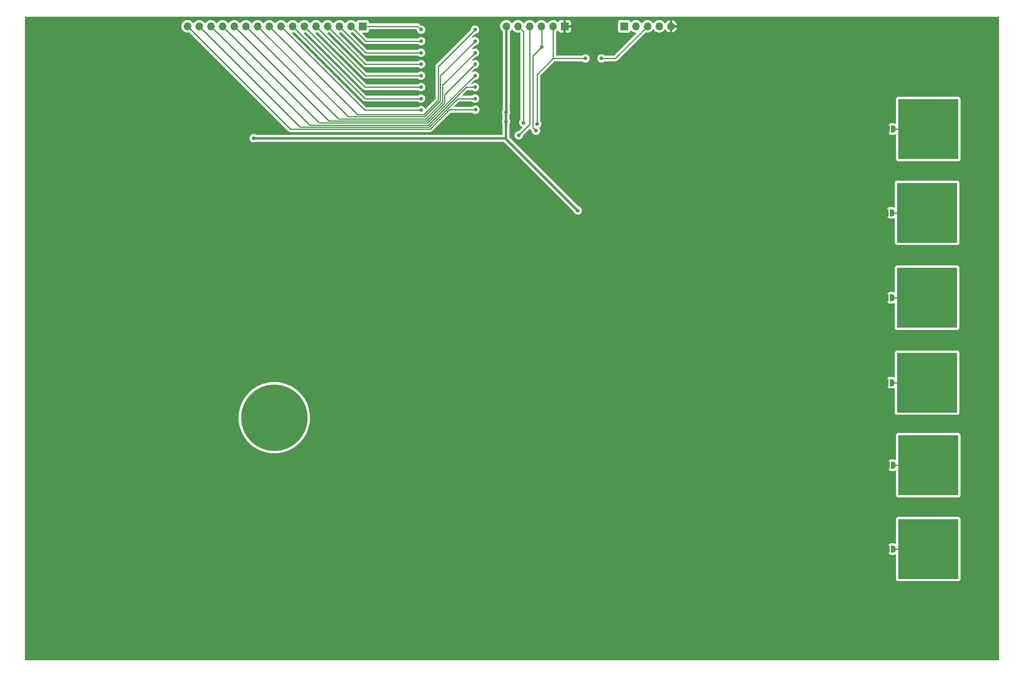
<source format=gbl>
G04 #@! TF.GenerationSoftware,KiCad,Pcbnew,(6.0.2)*
G04 #@! TF.CreationDate,2023-03-16T16:07:34-07:00*
G04 #@! TF.ProjectId,hall-censor-and-cap-touch-prototype,68616c6c-2d63-4656-9e73-6f722d616e64,rev?*
G04 #@! TF.SameCoordinates,Original*
G04 #@! TF.FileFunction,Copper,L2,Bot*
G04 #@! TF.FilePolarity,Positive*
%FSLAX46Y46*%
G04 Gerber Fmt 4.6, Leading zero omitted, Abs format (unit mm)*
G04 Created by KiCad (PCBNEW (6.0.2)) date 2023-03-16 16:07:34*
%MOMM*%
%LPD*%
G01*
G04 APERTURE LIST*
G04 Aperture macros list*
%AMFreePoly0*
4,1,20,0.000000,0.744959,0.073905,0.744508,0.209726,0.703889,0.328688,0.626782,0.421226,0.519385,0.479903,0.390333,0.500000,0.250000,0.500000,-0.250000,0.499851,-0.262216,0.476331,-0.402017,0.414519,-0.529596,0.319384,-0.634700,0.198574,-0.708877,0.061801,-0.746166,0.000000,-0.745033,0.000000,-0.750000,-0.500000,-0.750000,-0.500000,0.750000,0.000000,0.750000,0.000000,0.744959,
0.000000,0.744959,$1*%
%AMFreePoly1*
4,1,22,0.500000,-0.750000,0.000000,-0.750000,0.000000,-0.745033,-0.079941,-0.743568,-0.215256,-0.701293,-0.333266,-0.622738,-0.424486,-0.514219,-0.481581,-0.384460,-0.499164,-0.250000,-0.500000,-0.250000,-0.500000,0.250000,-0.499164,0.250000,-0.499963,0.256109,-0.478152,0.396186,-0.417904,0.524511,-0.324060,0.630769,-0.204165,0.706417,-0.067858,0.745374,0.000000,0.744959,0.000000,0.750000,
0.500000,0.750000,0.500000,-0.750000,0.500000,-0.750000,$1*%
G04 Aperture macros list end*
G04 #@! TA.AperFunction,SMDPad,CuDef*
%ADD10C,14.500000*%
G04 #@! TD*
G04 #@! TA.AperFunction,SMDPad,CuDef*
%ADD11R,13.000000X13.000000*%
G04 #@! TD*
G04 #@! TA.AperFunction,ComponentPad*
%ADD12R,1.700000X1.700000*%
G04 #@! TD*
G04 #@! TA.AperFunction,ComponentPad*
%ADD13O,1.700000X1.700000*%
G04 #@! TD*
G04 #@! TA.AperFunction,SMDPad,CuDef*
%ADD14FreePoly0,0.000000*%
G04 #@! TD*
G04 #@! TA.AperFunction,SMDPad,CuDef*
%ADD15FreePoly1,0.000000*%
G04 #@! TD*
G04 #@! TA.AperFunction,ViaPad*
%ADD16C,0.800000*%
G04 #@! TD*
G04 #@! TA.AperFunction,Conductor*
%ADD17C,0.250000*%
G04 #@! TD*
G04 #@! TA.AperFunction,Conductor*
%ADD18C,0.500000*%
G04 #@! TD*
G04 APERTURE END LIST*
D10*
X142075000Y-195260000D03*
D11*
X284325000Y-223885000D03*
X284325000Y-223885000D03*
X284325000Y-205635000D03*
X284325000Y-205635000D03*
X284075000Y-187635000D03*
X284075000Y-187635000D03*
X284075000Y-169135000D03*
X284075000Y-169135000D03*
X284074998Y-150635000D03*
X284074998Y-150635000D03*
X284325000Y-132385000D03*
D12*
X161300000Y-110000000D03*
D13*
X158760000Y-110000000D03*
X156220000Y-110000000D03*
X153680000Y-110000000D03*
X151140000Y-110000000D03*
X148600000Y-110000000D03*
X146060000Y-110000000D03*
X143520000Y-110000000D03*
X140980000Y-110000000D03*
X138440000Y-110000000D03*
X135900000Y-110000000D03*
X133360000Y-110000000D03*
X130820000Y-110000000D03*
X128280000Y-110000000D03*
X125740000Y-110000000D03*
X123200000Y-110000000D03*
D12*
X205250000Y-110000000D03*
D13*
X202710000Y-110000000D03*
X200170000Y-110000000D03*
X197630000Y-110000000D03*
X195090000Y-110000000D03*
X192550000Y-110000000D03*
D12*
X218175000Y-110000000D03*
D13*
X220715000Y-110000000D03*
X223255000Y-110000000D03*
X225795000Y-110000000D03*
X228335000Y-110000000D03*
D14*
X276475000Y-169135000D03*
D15*
X275175000Y-169135000D03*
D14*
X276725000Y-132385000D03*
D15*
X275425000Y-132385000D03*
D14*
X276725000Y-205635000D03*
D15*
X275425000Y-205635000D03*
D14*
X276475000Y-187635000D03*
D15*
X275175000Y-187635000D03*
D14*
X276475000Y-150635000D03*
D15*
X275175000Y-150635000D03*
D14*
X276725000Y-223885000D03*
D15*
X275425000Y-223885000D03*
D16*
X137575000Y-134385000D03*
X192500000Y-130750000D03*
X208075000Y-150135000D03*
X192500000Y-128750000D03*
X109850000Y-227520000D03*
X124948182Y-237455946D03*
X165566007Y-152053993D03*
X94948182Y-209171818D03*
X193825000Y-133250000D03*
X173063552Y-233233552D03*
X142025000Y-149520000D03*
X96350000Y-195270000D03*
X180092462Y-164006945D03*
X187850000Y-195270000D03*
X127850000Y-148020000D03*
X197750000Y-136500000D03*
X98850000Y-171770000D03*
X189350000Y-181270000D03*
X103911813Y-226208188D03*
X278075000Y-179385000D03*
X174342462Y-162777538D03*
X137025000Y-244020000D03*
X284325000Y-178385000D03*
X110850000Y-157270000D03*
X195000000Y-129750000D03*
X197750000Y-135500000D03*
X196750000Y-135500000D03*
X124600000Y-153020000D03*
X184350000Y-177770000D03*
X93100000Y-190270000D03*
X196750000Y-136500000D03*
X142025000Y-240770000D03*
X109600000Y-163020000D03*
X147025000Y-146270000D03*
X118698182Y-238455946D03*
X159316007Y-153053993D03*
X156100000Y-242020000D03*
X184243476Y-212545951D03*
X190850000Y-200270000D03*
X174313552Y-227483552D03*
X159600000Y-237270000D03*
X185243476Y-218795951D03*
X99948182Y-212421818D03*
X99850000Y-178020000D03*
X284074998Y-150635000D03*
X284074999Y-169134998D03*
X284075000Y-187635000D03*
X284325000Y-205635000D03*
X284325000Y-223885000D03*
X174000000Y-110750000D03*
X174000000Y-113250000D03*
X174000000Y-115750000D03*
X174000000Y-118250000D03*
X174000000Y-120750000D03*
X174000000Y-123250000D03*
X174000000Y-125750000D03*
X174000000Y-128250000D03*
X185750000Y-110750000D03*
X185750000Y-113250000D03*
X185750000Y-115750000D03*
X185750000Y-118250000D03*
X185750000Y-120750000D03*
X185750000Y-123250000D03*
X185750000Y-125750000D03*
X185832263Y-128167737D03*
X209750000Y-117000000D03*
X199250000Y-131250000D03*
X199000000Y-132750000D03*
X200250000Y-114500000D03*
X195250000Y-133750000D03*
X196250000Y-131000000D03*
X213250000Y-117000000D03*
X284325000Y-132385000D03*
D17*
X180147537Y-128167737D02*
X185832263Y-128167737D01*
X175918703Y-132396571D02*
X180147537Y-128167737D01*
X123200000Y-110000000D02*
X145596571Y-132396571D01*
X145596571Y-132396571D02*
X175918703Y-132396571D01*
D18*
X192500000Y-134385000D02*
X137575000Y-134385000D01*
X192500000Y-133560000D02*
X192500000Y-134385000D01*
X192500000Y-134560000D02*
X208075000Y-150135000D01*
X192500000Y-133560000D02*
X192500000Y-134560000D01*
X192500000Y-130750000D02*
X192500000Y-133560000D01*
X192550000Y-128700000D02*
X192500000Y-128750000D01*
X192550000Y-110000000D02*
X192550000Y-128700000D01*
X192500000Y-130750000D02*
X192500000Y-128750000D01*
D17*
X196750000Y-135500000D02*
X197000000Y-135750000D01*
X276475000Y-150635000D02*
X284074998Y-150635000D01*
X276475000Y-169135000D02*
X284075000Y-169135000D01*
X276475000Y-187635000D02*
X284075000Y-187635000D01*
X276725000Y-205635000D02*
X284325000Y-205635000D01*
X276725000Y-223885000D02*
X284325000Y-223885000D01*
X173250000Y-110000000D02*
X174000000Y-110750000D01*
X161300000Y-110000000D02*
X173250000Y-110000000D01*
X158760000Y-110000000D02*
X162010000Y-113250000D01*
X162010000Y-113250000D02*
X174000000Y-113250000D01*
X156220000Y-110000000D02*
X161970000Y-115750000D01*
X161970000Y-115750000D02*
X174000000Y-115750000D01*
X153680000Y-110000000D02*
X161930000Y-118250000D01*
X161930000Y-118250000D02*
X174000000Y-118250000D01*
X161890000Y-120750000D02*
X174000000Y-120750000D01*
X151140000Y-110000000D02*
X161890000Y-120750000D01*
X161850000Y-123250000D02*
X174000000Y-123250000D01*
X148600000Y-110000000D02*
X161850000Y-123250000D01*
X146060000Y-110000000D02*
X161810000Y-125750000D01*
X161810000Y-125750000D02*
X174000000Y-125750000D01*
X143520000Y-110000000D02*
X161770000Y-128250000D01*
X161770000Y-128250000D02*
X174000000Y-128250000D01*
X185750000Y-110750000D02*
X177750000Y-118750000D01*
X174615346Y-129250000D02*
X160230000Y-129250000D01*
X177750000Y-118750000D02*
X177750000Y-126115346D01*
X177750000Y-126115346D02*
X174615346Y-129250000D01*
X160230000Y-129250000D02*
X140980000Y-110000000D01*
X174801539Y-129699511D02*
X158139511Y-129699511D01*
X185750000Y-113250000D02*
X178199511Y-120800489D01*
X158139511Y-129699511D02*
X138440000Y-110000000D01*
X178199511Y-126301539D02*
X174801539Y-129699511D01*
X178199511Y-120800489D02*
X178199511Y-126301539D01*
X135900000Y-110000000D02*
X156049021Y-130149021D01*
X178651467Y-122848533D02*
X185750000Y-115750000D01*
X156049021Y-130149021D02*
X174987733Y-130149021D01*
X174987733Y-130149021D02*
X178651467Y-126485287D01*
X178651467Y-126485287D02*
X178651467Y-122848533D01*
X179100978Y-124899022D02*
X185750000Y-118250000D01*
X133360000Y-110000000D02*
X153958531Y-130598531D01*
X179100978Y-126671480D02*
X179100978Y-124899022D01*
X153958531Y-130598531D02*
X175173927Y-130598531D01*
X175173927Y-130598531D02*
X179100978Y-126671480D01*
X151868041Y-131048041D02*
X175360121Y-131048041D01*
X175360121Y-131048041D02*
X185658162Y-120750000D01*
X130820000Y-110000000D02*
X151868041Y-131048041D01*
X185658162Y-120750000D02*
X185750000Y-120750000D01*
X149777551Y-131497551D02*
X175546315Y-131497551D01*
X183793866Y-123250000D02*
X185750000Y-123250000D01*
X175546315Y-131497551D02*
X183793866Y-123250000D01*
X128280000Y-110000000D02*
X149777551Y-131497551D01*
X175732509Y-131947061D02*
X181929570Y-125750000D01*
X181929570Y-125750000D02*
X185750000Y-125750000D01*
X147687061Y-131947061D02*
X175732509Y-131947061D01*
X125740000Y-110000000D02*
X147687061Y-131947061D01*
X202750000Y-117000000D02*
X202750000Y-110040000D01*
X199250000Y-120500000D02*
X199250000Y-131250000D01*
X209750000Y-117000000D02*
X202750000Y-117000000D01*
X202750000Y-110040000D02*
X202710000Y-110000000D01*
X202750000Y-117000000D02*
X199250000Y-120500000D01*
X200250000Y-110080000D02*
X200250000Y-114500000D01*
X198300989Y-132050989D02*
X199000000Y-132750000D01*
X200250000Y-114500000D02*
X198300989Y-116449011D01*
X198300989Y-116449011D02*
X198300989Y-132050989D01*
X200170000Y-110000000D02*
X200250000Y-110080000D01*
X195250000Y-133750000D02*
X197630000Y-131370000D01*
X197630000Y-131370000D02*
X197630000Y-110000000D01*
X196250000Y-111160000D02*
X196250000Y-131000000D01*
X195090000Y-110000000D02*
X196250000Y-111160000D01*
X216255000Y-117000000D02*
X213250000Y-117000000D01*
X223255000Y-110000000D02*
X216255000Y-117000000D01*
X276725000Y-132385000D02*
X284325000Y-132385000D01*
G04 #@! TA.AperFunction,Conductor*
G36*
X299676402Y-107936636D02*
G01*
X299722895Y-107990292D01*
X299734281Y-108042634D01*
X299734281Y-248001000D01*
X299714279Y-248069121D01*
X299660623Y-248115614D01*
X299608281Y-248127000D01*
X87959018Y-248127000D01*
X87890897Y-248106998D01*
X87844404Y-248053342D01*
X87833018Y-248000996D01*
X87833689Y-224195438D01*
X275710503Y-224195438D01*
X275711063Y-224199723D01*
X275711271Y-224206760D01*
X275711271Y-224635000D01*
X275716500Y-224708111D01*
X275757696Y-224848411D01*
X275762567Y-224855990D01*
X275831878Y-224963841D01*
X275831880Y-224963844D01*
X275836750Y-224971421D01*
X275843560Y-224977322D01*
X275940445Y-225061274D01*
X275940448Y-225061276D01*
X275947257Y-225067176D01*
X276080266Y-225127919D01*
X276089189Y-225129202D01*
X276105100Y-225131490D01*
X276225000Y-225148729D01*
X276712322Y-225148729D01*
X276714630Y-225148750D01*
X276778020Y-225149912D01*
X276805382Y-225146504D01*
X276918128Y-225132460D01*
X276918132Y-225132459D01*
X276922565Y-225131907D01*
X277060745Y-225094234D01*
X277140462Y-225059738D01*
X277210921Y-225051041D01*
X277274899Y-225081819D01*
X277312082Y-225142300D01*
X277316500Y-225175375D01*
X277316500Y-230433134D01*
X277323255Y-230495316D01*
X277374385Y-230631705D01*
X277461739Y-230748261D01*
X277578295Y-230835615D01*
X277714684Y-230886745D01*
X277776866Y-230893500D01*
X290873134Y-230893500D01*
X290935316Y-230886745D01*
X291071705Y-230835615D01*
X291188261Y-230748261D01*
X291275615Y-230631705D01*
X291326745Y-230495316D01*
X291333500Y-230433134D01*
X291333500Y-217336866D01*
X291326745Y-217274684D01*
X291275615Y-217138295D01*
X291188261Y-217021739D01*
X291071705Y-216934385D01*
X290935316Y-216883255D01*
X290873134Y-216876500D01*
X277776866Y-216876500D01*
X277714684Y-216883255D01*
X277578295Y-216934385D01*
X277461739Y-217021739D01*
X277374385Y-217138295D01*
X277323255Y-217274684D01*
X277316500Y-217336866D01*
X277316500Y-222594626D01*
X277296498Y-222662747D01*
X277242842Y-222709240D01*
X277172568Y-222719344D01*
X277137649Y-222709006D01*
X277088145Y-222686132D01*
X277088143Y-222686131D01*
X277084076Y-222684252D01*
X277012167Y-222662747D01*
X276951156Y-222644501D01*
X276951151Y-222644500D01*
X276946858Y-222643216D01*
X276942426Y-222642554D01*
X276942423Y-222642553D01*
X276807235Y-222622350D01*
X276807232Y-222622350D01*
X276802804Y-222621688D01*
X276728145Y-222621232D01*
X276664055Y-222620840D01*
X276664050Y-222620840D01*
X276659583Y-222620813D01*
X276657139Y-222621148D01*
X276653344Y-222621271D01*
X276225000Y-222621271D01*
X276209914Y-222622350D01*
X276158627Y-222626018D01*
X276158626Y-222626018D01*
X276151889Y-222626500D01*
X276097218Y-222642553D01*
X276020235Y-222665157D01*
X276020233Y-222665158D01*
X276011589Y-222667696D01*
X275982902Y-222686132D01*
X275896159Y-222741878D01*
X275896156Y-222741880D01*
X275888579Y-222746750D01*
X275882678Y-222753560D01*
X275798726Y-222850445D01*
X275798724Y-222850448D01*
X275792824Y-222857257D01*
X275732081Y-222990266D01*
X275711271Y-223135000D01*
X275711271Y-223596047D01*
X275711273Y-223596047D01*
X275711682Y-223599015D01*
X275710503Y-223695438D01*
X275711063Y-223699723D01*
X275711271Y-223706760D01*
X275711271Y-224096047D01*
X275711273Y-224096047D01*
X275711682Y-224099015D01*
X275710503Y-224195438D01*
X87833689Y-224195438D01*
X87834204Y-205945438D01*
X275710503Y-205945438D01*
X275711063Y-205949723D01*
X275711271Y-205956760D01*
X275711271Y-206385000D01*
X275716500Y-206458111D01*
X275757696Y-206598411D01*
X275762567Y-206605990D01*
X275831878Y-206713841D01*
X275831880Y-206713844D01*
X275836750Y-206721421D01*
X275843560Y-206727322D01*
X275940445Y-206811274D01*
X275940448Y-206811276D01*
X275947257Y-206817176D01*
X276080266Y-206877919D01*
X276089189Y-206879202D01*
X276105100Y-206881490D01*
X276225000Y-206898729D01*
X276712322Y-206898729D01*
X276714630Y-206898750D01*
X276778020Y-206899912D01*
X276805382Y-206896504D01*
X276918128Y-206882460D01*
X276918132Y-206882459D01*
X276922565Y-206881907D01*
X277060745Y-206844234D01*
X277140462Y-206809738D01*
X277210921Y-206801041D01*
X277274899Y-206831819D01*
X277312082Y-206892300D01*
X277316500Y-206925375D01*
X277316500Y-212183134D01*
X277323255Y-212245316D01*
X277374385Y-212381705D01*
X277461739Y-212498261D01*
X277578295Y-212585615D01*
X277714684Y-212636745D01*
X277776866Y-212643500D01*
X290873134Y-212643500D01*
X290935316Y-212636745D01*
X291071705Y-212585615D01*
X291188261Y-212498261D01*
X291275615Y-212381705D01*
X291326745Y-212245316D01*
X291333500Y-212183134D01*
X291333500Y-199086866D01*
X291326745Y-199024684D01*
X291275615Y-198888295D01*
X291188261Y-198771739D01*
X291071705Y-198684385D01*
X290935316Y-198633255D01*
X290873134Y-198626500D01*
X277776866Y-198626500D01*
X277714684Y-198633255D01*
X277578295Y-198684385D01*
X277461739Y-198771739D01*
X277374385Y-198888295D01*
X277323255Y-199024684D01*
X277316500Y-199086866D01*
X277316500Y-204344626D01*
X277296498Y-204412747D01*
X277242842Y-204459240D01*
X277172568Y-204469344D01*
X277137649Y-204459006D01*
X277088145Y-204436132D01*
X277088143Y-204436131D01*
X277084076Y-204434252D01*
X277012167Y-204412747D01*
X276951156Y-204394501D01*
X276951151Y-204394500D01*
X276946858Y-204393216D01*
X276942426Y-204392554D01*
X276942423Y-204392553D01*
X276807235Y-204372350D01*
X276807232Y-204372350D01*
X276802804Y-204371688D01*
X276728145Y-204371232D01*
X276664055Y-204370840D01*
X276664050Y-204370840D01*
X276659583Y-204370813D01*
X276657139Y-204371148D01*
X276653344Y-204371271D01*
X276225000Y-204371271D01*
X276209914Y-204372350D01*
X276158627Y-204376018D01*
X276158626Y-204376018D01*
X276151889Y-204376500D01*
X276097218Y-204392553D01*
X276020235Y-204415157D01*
X276020233Y-204415158D01*
X276011589Y-204417696D01*
X275982902Y-204436132D01*
X275896159Y-204491878D01*
X275896156Y-204491880D01*
X275888579Y-204496750D01*
X275882678Y-204503560D01*
X275798726Y-204600445D01*
X275798724Y-204600448D01*
X275792824Y-204607257D01*
X275732081Y-204740266D01*
X275711271Y-204885000D01*
X275711271Y-205346047D01*
X275711273Y-205346047D01*
X275711682Y-205349015D01*
X275710503Y-205445438D01*
X275711063Y-205449723D01*
X275711271Y-205456760D01*
X275711271Y-205846047D01*
X275711273Y-205846047D01*
X275711682Y-205849015D01*
X275710503Y-205945438D01*
X87834204Y-205945438D01*
X87834505Y-195260000D01*
X134311553Y-195260000D01*
X134330464Y-195801551D01*
X134387106Y-196340463D01*
X134481203Y-196874111D01*
X134612296Y-197399896D01*
X134779746Y-197915255D01*
X134780571Y-197917296D01*
X134780575Y-197917308D01*
X134981910Y-198415630D01*
X134981916Y-198415643D01*
X134982738Y-198417678D01*
X134983702Y-198419654D01*
X134983704Y-198419659D01*
X135216374Y-198896703D01*
X135220283Y-198904718D01*
X135491224Y-199374000D01*
X135794239Y-199823240D01*
X136127855Y-200250248D01*
X136129322Y-200251877D01*
X136129331Y-200251888D01*
X136297601Y-200438769D01*
X136490444Y-200652943D01*
X136880240Y-201029365D01*
X136881920Y-201030775D01*
X136881927Y-201030781D01*
X137293649Y-201376257D01*
X137295345Y-201377680D01*
X137297128Y-201378976D01*
X137297139Y-201378984D01*
X137731948Y-201694890D01*
X137733736Y-201696189D01*
X138193276Y-201983342D01*
X138671729Y-202237740D01*
X138673735Y-202238633D01*
X138673745Y-202238638D01*
X139164767Y-202457255D01*
X139164773Y-202457257D01*
X139166762Y-202458143D01*
X139168811Y-202458889D01*
X139168819Y-202458892D01*
X139529205Y-202590061D01*
X139675963Y-202643477D01*
X140196852Y-202792839D01*
X140726892Y-202905503D01*
X141263499Y-202980918D01*
X141265687Y-202981071D01*
X141801870Y-203018565D01*
X141801874Y-203018565D01*
X141804060Y-203018718D01*
X142345940Y-203018718D01*
X142348126Y-203018565D01*
X142348130Y-203018565D01*
X142884313Y-202981071D01*
X142886501Y-202980918D01*
X143423108Y-202905503D01*
X143953148Y-202792839D01*
X144474037Y-202643477D01*
X144620795Y-202590061D01*
X144981181Y-202458892D01*
X144981189Y-202458889D01*
X144983238Y-202458143D01*
X144985227Y-202457257D01*
X144985233Y-202457255D01*
X145476255Y-202238638D01*
X145476265Y-202238633D01*
X145478271Y-202237740D01*
X145956724Y-201983342D01*
X146416264Y-201696189D01*
X146418052Y-201694890D01*
X146852861Y-201378984D01*
X146852872Y-201378976D01*
X146854655Y-201377680D01*
X146856351Y-201376257D01*
X147268073Y-201030781D01*
X147268080Y-201030775D01*
X147269760Y-201029365D01*
X147659556Y-200652943D01*
X147852399Y-200438769D01*
X148020669Y-200251888D01*
X148020678Y-200251877D01*
X148022145Y-200250248D01*
X148355761Y-199823240D01*
X148658776Y-199374000D01*
X148929717Y-198904718D01*
X148933627Y-198896703D01*
X149166296Y-198419659D01*
X149166298Y-198419654D01*
X149167262Y-198417678D01*
X149168084Y-198415643D01*
X149168090Y-198415630D01*
X149369425Y-197917308D01*
X149369429Y-197917296D01*
X149370254Y-197915255D01*
X149537704Y-197399896D01*
X149668797Y-196874111D01*
X149762894Y-196340463D01*
X149819536Y-195801551D01*
X149838447Y-195260000D01*
X149819536Y-194718449D01*
X149762894Y-194179537D01*
X149668797Y-193645889D01*
X149537704Y-193120104D01*
X149370254Y-192604745D01*
X149369425Y-192602692D01*
X149168090Y-192104370D01*
X149168084Y-192104357D01*
X149167262Y-192102322D01*
X148929717Y-191615282D01*
X148658776Y-191146000D01*
X148355761Y-190696760D01*
X148022145Y-190269752D01*
X148020678Y-190268123D01*
X148020669Y-190268112D01*
X147852399Y-190081231D01*
X147659556Y-189867057D01*
X147269760Y-189490635D01*
X147268080Y-189489225D01*
X147268073Y-189489219D01*
X146856351Y-189143743D01*
X146856349Y-189143741D01*
X146854655Y-189142320D01*
X146852872Y-189141024D01*
X146852861Y-189141016D01*
X146418052Y-188825110D01*
X146418051Y-188825109D01*
X146416264Y-188823811D01*
X145956724Y-188536658D01*
X145478271Y-188282260D01*
X145476265Y-188281367D01*
X145476255Y-188281362D01*
X144985233Y-188062745D01*
X144985227Y-188062743D01*
X144983238Y-188061857D01*
X144981189Y-188061111D01*
X144981181Y-188061108D01*
X144663380Y-187945438D01*
X275460503Y-187945438D01*
X275461063Y-187949723D01*
X275461271Y-187956760D01*
X275461271Y-188385000D01*
X275466500Y-188458111D01*
X275507696Y-188598411D01*
X275512567Y-188605990D01*
X275581878Y-188713841D01*
X275581880Y-188713844D01*
X275586750Y-188721421D01*
X275593560Y-188727322D01*
X275690445Y-188811274D01*
X275690448Y-188811276D01*
X275697257Y-188817176D01*
X275705454Y-188820920D01*
X275705455Y-188820920D01*
X275714630Y-188825110D01*
X275830266Y-188877919D01*
X275839189Y-188879202D01*
X275855100Y-188881490D01*
X275975000Y-188898729D01*
X276462322Y-188898729D01*
X276464630Y-188898750D01*
X276528020Y-188899912D01*
X276555382Y-188896504D01*
X276668128Y-188882460D01*
X276668132Y-188882459D01*
X276672565Y-188881907D01*
X276810745Y-188844234D01*
X276890462Y-188809738D01*
X276960921Y-188801041D01*
X277024899Y-188831819D01*
X277062082Y-188892300D01*
X277066500Y-188925375D01*
X277066500Y-194183134D01*
X277073255Y-194245316D01*
X277124385Y-194381705D01*
X277211739Y-194498261D01*
X277328295Y-194585615D01*
X277464684Y-194636745D01*
X277526866Y-194643500D01*
X290623134Y-194643500D01*
X290685316Y-194636745D01*
X290821705Y-194585615D01*
X290938261Y-194498261D01*
X291025615Y-194381705D01*
X291076745Y-194245316D01*
X291083500Y-194183134D01*
X291083500Y-181086866D01*
X291076745Y-181024684D01*
X291025615Y-180888295D01*
X290938261Y-180771739D01*
X290821705Y-180684385D01*
X290685316Y-180633255D01*
X290623134Y-180626500D01*
X277526866Y-180626500D01*
X277464684Y-180633255D01*
X277328295Y-180684385D01*
X277211739Y-180771739D01*
X277124385Y-180888295D01*
X277073255Y-181024684D01*
X277066500Y-181086866D01*
X277066500Y-186344626D01*
X277046498Y-186412747D01*
X276992842Y-186459240D01*
X276922568Y-186469344D01*
X276887649Y-186459006D01*
X276838145Y-186436132D01*
X276838143Y-186436131D01*
X276834076Y-186434252D01*
X276762167Y-186412747D01*
X276701156Y-186394501D01*
X276701151Y-186394500D01*
X276696858Y-186393216D01*
X276692426Y-186392554D01*
X276692423Y-186392553D01*
X276557235Y-186372350D01*
X276557232Y-186372350D01*
X276552804Y-186371688D01*
X276478145Y-186371232D01*
X276414055Y-186370840D01*
X276414050Y-186370840D01*
X276409583Y-186370813D01*
X276407139Y-186371148D01*
X276403344Y-186371271D01*
X275975000Y-186371271D01*
X275959914Y-186372350D01*
X275908627Y-186376018D01*
X275908626Y-186376018D01*
X275901889Y-186376500D01*
X275847218Y-186392553D01*
X275770235Y-186415157D01*
X275770233Y-186415158D01*
X275761589Y-186417696D01*
X275732902Y-186436132D01*
X275646159Y-186491878D01*
X275646156Y-186491880D01*
X275638579Y-186496750D01*
X275632678Y-186503560D01*
X275548726Y-186600445D01*
X275548724Y-186600448D01*
X275542824Y-186607257D01*
X275482081Y-186740266D01*
X275461271Y-186885000D01*
X275461271Y-187346047D01*
X275461273Y-187346047D01*
X275461682Y-187349015D01*
X275460503Y-187445438D01*
X275461063Y-187449723D01*
X275461271Y-187456760D01*
X275461271Y-187846047D01*
X275461273Y-187846047D01*
X275461682Y-187849015D01*
X275460503Y-187945438D01*
X144663380Y-187945438D01*
X144476111Y-187877278D01*
X144474037Y-187876523D01*
X144367755Y-187846047D01*
X143955272Y-187727770D01*
X143955271Y-187727770D01*
X143953148Y-187727161D01*
X143423108Y-187614497D01*
X142886501Y-187539082D01*
X142880351Y-187538652D01*
X142348130Y-187501435D01*
X142348126Y-187501435D01*
X142345940Y-187501282D01*
X141804060Y-187501282D01*
X141801874Y-187501435D01*
X141801870Y-187501435D01*
X141269649Y-187538652D01*
X141263499Y-187539082D01*
X140726892Y-187614497D01*
X140196852Y-187727161D01*
X140194729Y-187727770D01*
X140194728Y-187727770D01*
X139782246Y-187846047D01*
X139675963Y-187876523D01*
X139673889Y-187877278D01*
X139168819Y-188061108D01*
X139168811Y-188061111D01*
X139166762Y-188061857D01*
X139164773Y-188062743D01*
X139164767Y-188062745D01*
X138673746Y-188281362D01*
X138671729Y-188282260D01*
X138669804Y-188283284D01*
X138669799Y-188283286D01*
X138195225Y-188535622D01*
X138195220Y-188535625D01*
X138193277Y-188536658D01*
X138191418Y-188537820D01*
X138191407Y-188537826D01*
X137931228Y-188700404D01*
X137733736Y-188823811D01*
X137731949Y-188825109D01*
X137731948Y-188825110D01*
X137297139Y-189141016D01*
X137297128Y-189141024D01*
X137295345Y-189142320D01*
X137293651Y-189143741D01*
X137293649Y-189143743D01*
X136881927Y-189489219D01*
X136881920Y-189489225D01*
X136880240Y-189490635D01*
X136490444Y-189867057D01*
X136297601Y-190081231D01*
X136129331Y-190268112D01*
X136129322Y-190268123D01*
X136127855Y-190269752D01*
X135794239Y-190696760D01*
X135491224Y-191146000D01*
X135220283Y-191615282D01*
X134982738Y-192102322D01*
X134981916Y-192104357D01*
X134981910Y-192104370D01*
X134780575Y-192602692D01*
X134779746Y-192604745D01*
X134612296Y-193120104D01*
X134481203Y-193645889D01*
X134387106Y-194179537D01*
X134330464Y-194718449D01*
X134311553Y-195260000D01*
X87834505Y-195260000D01*
X87835052Y-175873297D01*
X87835233Y-169445438D01*
X275460503Y-169445438D01*
X275461063Y-169449723D01*
X275461271Y-169456760D01*
X275461271Y-169885000D01*
X275466500Y-169958111D01*
X275507696Y-170098411D01*
X275512567Y-170105990D01*
X275581878Y-170213841D01*
X275581880Y-170213844D01*
X275586750Y-170221421D01*
X275593560Y-170227322D01*
X275690445Y-170311274D01*
X275690448Y-170311276D01*
X275697257Y-170317176D01*
X275830266Y-170377919D01*
X275839189Y-170379202D01*
X275855100Y-170381490D01*
X275975000Y-170398729D01*
X276462322Y-170398729D01*
X276464630Y-170398750D01*
X276528020Y-170399912D01*
X276555382Y-170396504D01*
X276668128Y-170382460D01*
X276668132Y-170382459D01*
X276672565Y-170381907D01*
X276810745Y-170344234D01*
X276890462Y-170309738D01*
X276960921Y-170301041D01*
X277024899Y-170331819D01*
X277062082Y-170392300D01*
X277066500Y-170425375D01*
X277066500Y-175683134D01*
X277073255Y-175745316D01*
X277124385Y-175881705D01*
X277211739Y-175998261D01*
X277328295Y-176085615D01*
X277464684Y-176136745D01*
X277526866Y-176143500D01*
X290623134Y-176143500D01*
X290685316Y-176136745D01*
X290821705Y-176085615D01*
X290938261Y-175998261D01*
X291025615Y-175881705D01*
X291076745Y-175745316D01*
X291083500Y-175683134D01*
X291083500Y-162586866D01*
X291076745Y-162524684D01*
X291025615Y-162388295D01*
X290938261Y-162271739D01*
X290821705Y-162184385D01*
X290685316Y-162133255D01*
X290623134Y-162126500D01*
X277526866Y-162126500D01*
X277464684Y-162133255D01*
X277328295Y-162184385D01*
X277211739Y-162271739D01*
X277124385Y-162388295D01*
X277073255Y-162524684D01*
X277066500Y-162586866D01*
X277066500Y-167844626D01*
X277046498Y-167912747D01*
X276992842Y-167959240D01*
X276922568Y-167969344D01*
X276887649Y-167959006D01*
X276838145Y-167936132D01*
X276838143Y-167936131D01*
X276834076Y-167934252D01*
X276762167Y-167912747D01*
X276701156Y-167894501D01*
X276701151Y-167894500D01*
X276696858Y-167893216D01*
X276692426Y-167892554D01*
X276692423Y-167892553D01*
X276557235Y-167872350D01*
X276557232Y-167872350D01*
X276552804Y-167871688D01*
X276478145Y-167871232D01*
X276414055Y-167870840D01*
X276414050Y-167870840D01*
X276409583Y-167870813D01*
X276407139Y-167871148D01*
X276403344Y-167871271D01*
X275975000Y-167871271D01*
X275959914Y-167872350D01*
X275908627Y-167876018D01*
X275908626Y-167876018D01*
X275901889Y-167876500D01*
X275847218Y-167892553D01*
X275770235Y-167915157D01*
X275770233Y-167915158D01*
X275761589Y-167917696D01*
X275732902Y-167936132D01*
X275646159Y-167991878D01*
X275646156Y-167991880D01*
X275638579Y-167996750D01*
X275632678Y-168003560D01*
X275548726Y-168100445D01*
X275548724Y-168100448D01*
X275542824Y-168107257D01*
X275482081Y-168240266D01*
X275461271Y-168385000D01*
X275461271Y-168846047D01*
X275461273Y-168846047D01*
X275461682Y-168849015D01*
X275460503Y-168945438D01*
X275461063Y-168949723D01*
X275461271Y-168956760D01*
X275461271Y-169346047D01*
X275461273Y-169346047D01*
X275461682Y-169349015D01*
X275460503Y-169445438D01*
X87835233Y-169445438D01*
X87836222Y-134385000D01*
X136661496Y-134385000D01*
X136662186Y-134391565D01*
X136678187Y-134543803D01*
X136681458Y-134574928D01*
X136740473Y-134756556D01*
X136835960Y-134921944D01*
X136963747Y-135063866D01*
X137062843Y-135135864D01*
X137112904Y-135172235D01*
X137118248Y-135176118D01*
X137124276Y-135178802D01*
X137124278Y-135178803D01*
X137286681Y-135251109D01*
X137292712Y-135253794D01*
X137386113Y-135273647D01*
X137473056Y-135292128D01*
X137473061Y-135292128D01*
X137479513Y-135293500D01*
X137670487Y-135293500D01*
X137676939Y-135292128D01*
X137676944Y-135292128D01*
X137763887Y-135273647D01*
X137857288Y-135253794D01*
X137863319Y-135251109D01*
X138025722Y-135178803D01*
X138025724Y-135178802D01*
X138031752Y-135176118D01*
X138037091Y-135172239D01*
X138037098Y-135172235D01*
X138043528Y-135167563D01*
X138117587Y-135143500D01*
X191958629Y-135143500D01*
X192026750Y-135163502D01*
X192047724Y-135180405D01*
X207154875Y-150287556D01*
X207185613Y-150337714D01*
X207240473Y-150506556D01*
X207335960Y-150671944D01*
X207463747Y-150813866D01*
X207618248Y-150926118D01*
X207624276Y-150928802D01*
X207624278Y-150928803D01*
X207687071Y-150956760D01*
X207792712Y-151003794D01*
X207886112Y-151023647D01*
X207973056Y-151042128D01*
X207973061Y-151042128D01*
X207979513Y-151043500D01*
X208170487Y-151043500D01*
X208176939Y-151042128D01*
X208176944Y-151042128D01*
X208263888Y-151023647D01*
X208357288Y-151003794D01*
X208462929Y-150956760D01*
X208488359Y-150945438D01*
X275460503Y-150945438D01*
X275461063Y-150949723D01*
X275461271Y-150956760D01*
X275461271Y-151385000D01*
X275466500Y-151458111D01*
X275507696Y-151598411D01*
X275512567Y-151605990D01*
X275581878Y-151713841D01*
X275581880Y-151713844D01*
X275586750Y-151721421D01*
X275593560Y-151727322D01*
X275690445Y-151811274D01*
X275690448Y-151811276D01*
X275697257Y-151817176D01*
X275830266Y-151877919D01*
X275839189Y-151879202D01*
X275855100Y-151881490D01*
X275975000Y-151898729D01*
X276462322Y-151898729D01*
X276464630Y-151898750D01*
X276528020Y-151899912D01*
X276555382Y-151896504D01*
X276668128Y-151882460D01*
X276668132Y-151882459D01*
X276672565Y-151881907D01*
X276810745Y-151844234D01*
X276890459Y-151809739D01*
X276960919Y-151801042D01*
X277024897Y-151831820D01*
X277062080Y-151892301D01*
X277066498Y-151925376D01*
X277066498Y-157183134D01*
X277073253Y-157245316D01*
X277124383Y-157381705D01*
X277211737Y-157498261D01*
X277328293Y-157585615D01*
X277464682Y-157636745D01*
X277526864Y-157643500D01*
X290623132Y-157643500D01*
X290685314Y-157636745D01*
X290821703Y-157585615D01*
X290938259Y-157498261D01*
X291025613Y-157381705D01*
X291076743Y-157245316D01*
X291083498Y-157183134D01*
X291083498Y-144086866D01*
X291076743Y-144024684D01*
X291025613Y-143888295D01*
X290938259Y-143771739D01*
X290821703Y-143684385D01*
X290685314Y-143633255D01*
X290623132Y-143626500D01*
X277526864Y-143626500D01*
X277464682Y-143633255D01*
X277328293Y-143684385D01*
X277211737Y-143771739D01*
X277124383Y-143888295D01*
X277073253Y-144024684D01*
X277066498Y-144086866D01*
X277066498Y-149344625D01*
X277046496Y-149412746D01*
X276992840Y-149459239D01*
X276922566Y-149469343D01*
X276887648Y-149459005D01*
X276838151Y-149436134D01*
X276838140Y-149436130D01*
X276834076Y-149434252D01*
X276762163Y-149412746D01*
X276701156Y-149394501D01*
X276701151Y-149394500D01*
X276696858Y-149393216D01*
X276692426Y-149392554D01*
X276692423Y-149392553D01*
X276557235Y-149372350D01*
X276557232Y-149372350D01*
X276552804Y-149371688D01*
X276478145Y-149371232D01*
X276414055Y-149370840D01*
X276414050Y-149370840D01*
X276409583Y-149370813D01*
X276407139Y-149371148D01*
X276403344Y-149371271D01*
X275975000Y-149371271D01*
X275959914Y-149372350D01*
X275908627Y-149376018D01*
X275908626Y-149376018D01*
X275901889Y-149376500D01*
X275847218Y-149392553D01*
X275770235Y-149415157D01*
X275770233Y-149415158D01*
X275761589Y-149417696D01*
X275732899Y-149436134D01*
X275646159Y-149491878D01*
X275646156Y-149491880D01*
X275638579Y-149496750D01*
X275632678Y-149503560D01*
X275548726Y-149600445D01*
X275548724Y-149600448D01*
X275542824Y-149607257D01*
X275482081Y-149740266D01*
X275461271Y-149885000D01*
X275461271Y-150346047D01*
X275461273Y-150346047D01*
X275461682Y-150349015D01*
X275460503Y-150445438D01*
X275461063Y-150449723D01*
X275461271Y-150456760D01*
X275461271Y-150846047D01*
X275461273Y-150846047D01*
X275461682Y-150849015D01*
X275460503Y-150945438D01*
X208488359Y-150945438D01*
X208525722Y-150928803D01*
X208525724Y-150928802D01*
X208531752Y-150926118D01*
X208686253Y-150813866D01*
X208814040Y-150671944D01*
X208909527Y-150506556D01*
X208968542Y-150324928D01*
X208988504Y-150135000D01*
X208968542Y-149945072D01*
X208909527Y-149763444D01*
X208814040Y-149598056D01*
X208698147Y-149469343D01*
X208690675Y-149461045D01*
X208690674Y-149461044D01*
X208686253Y-149456134D01*
X208569450Y-149371271D01*
X208537094Y-149347763D01*
X208537093Y-149347762D01*
X208531752Y-149343882D01*
X208525724Y-149341198D01*
X208525722Y-149341197D01*
X208363319Y-149268891D01*
X208363318Y-149268891D01*
X208357288Y-149266206D01*
X208350833Y-149264834D01*
X208350824Y-149264831D01*
X208294228Y-149252801D01*
X208231331Y-149218650D01*
X193295405Y-134282724D01*
X193261379Y-134220412D01*
X193258500Y-134193629D01*
X193258500Y-131286999D01*
X193275381Y-131223999D01*
X193291428Y-131196206D01*
X193334527Y-131121556D01*
X193393542Y-130939928D01*
X193406501Y-130816635D01*
X193412814Y-130756565D01*
X193413504Y-130750000D01*
X193401389Y-130634729D01*
X193394232Y-130566635D01*
X193394232Y-130566633D01*
X193393542Y-130560072D01*
X193334527Y-130378444D01*
X193275381Y-130276000D01*
X193258500Y-130213001D01*
X193258500Y-129286999D01*
X193275381Y-129223999D01*
X193331223Y-129127279D01*
X193331224Y-129127278D01*
X193334527Y-129121556D01*
X193393542Y-128939928D01*
X193402898Y-128850916D01*
X193412814Y-128756565D01*
X193413504Y-128750000D01*
X193399439Y-128616179D01*
X193394232Y-128566635D01*
X193394232Y-128566633D01*
X193393542Y-128560072D01*
X193334527Y-128378444D01*
X193325380Y-128362602D01*
X193308500Y-128299603D01*
X193308500Y-111192632D01*
X193328502Y-111124511D01*
X193361331Y-111090054D01*
X193429860Y-111041173D01*
X193588096Y-110883489D01*
X193647594Y-110800689D01*
X193718453Y-110702077D01*
X193719776Y-110703028D01*
X193766645Y-110659857D01*
X193836580Y-110647625D01*
X193902026Y-110675144D01*
X193929875Y-110706994D01*
X193989987Y-110805088D01*
X194136250Y-110973938D01*
X194308126Y-111116632D01*
X194501000Y-111229338D01*
X194505825Y-111231180D01*
X194505826Y-111231181D01*
X194578612Y-111258975D01*
X194709692Y-111309030D01*
X194714760Y-111310061D01*
X194714763Y-111310062D01*
X194775353Y-111322389D01*
X194928597Y-111353567D01*
X194933772Y-111353757D01*
X194933774Y-111353757D01*
X195146673Y-111361564D01*
X195146677Y-111361564D01*
X195151837Y-111361753D01*
X195156957Y-111361097D01*
X195156959Y-111361097D01*
X195235512Y-111351034D01*
X195373416Y-111333368D01*
X195419826Y-111319444D01*
X195490821Y-111319026D01*
X195545129Y-111351034D01*
X195579595Y-111385500D01*
X195613621Y-111447812D01*
X195616500Y-111474595D01*
X195616500Y-130297476D01*
X195596498Y-130365597D01*
X195584142Y-130381779D01*
X195510960Y-130463056D01*
X195415473Y-130628444D01*
X195356458Y-130810072D01*
X195355768Y-130816633D01*
X195355768Y-130816635D01*
X195342810Y-130939928D01*
X195336496Y-131000000D01*
X195337186Y-131006565D01*
X195349992Y-131128404D01*
X195356458Y-131189928D01*
X195415473Y-131371556D01*
X195510960Y-131536944D01*
X195638747Y-131678866D01*
X195793248Y-131791118D01*
X195799276Y-131793802D01*
X195799278Y-131793803D01*
X195961685Y-131866111D01*
X195961688Y-131866112D01*
X195967712Y-131868794D01*
X195974162Y-131870165D01*
X195974679Y-131870333D01*
X196033284Y-131910408D01*
X196060919Y-131975805D01*
X196048811Y-132045762D01*
X196024835Y-132079260D01*
X195299500Y-132804595D01*
X195237188Y-132838621D01*
X195210405Y-132841500D01*
X195154513Y-132841500D01*
X195148061Y-132842872D01*
X195148056Y-132842872D01*
X195061112Y-132861353D01*
X194967712Y-132881206D01*
X194961682Y-132883891D01*
X194961681Y-132883891D01*
X194799278Y-132956197D01*
X194799276Y-132956198D01*
X194793248Y-132958882D01*
X194787907Y-132962762D01*
X194787906Y-132962763D01*
X194774810Y-132972278D01*
X194638747Y-133071134D01*
X194510960Y-133213056D01*
X194507659Y-133218774D01*
X194432813Y-133348411D01*
X194415473Y-133378444D01*
X194356458Y-133560072D01*
X194355768Y-133566633D01*
X194355768Y-133566635D01*
X194346257Y-133657128D01*
X194336496Y-133750000D01*
X194356458Y-133939928D01*
X194415473Y-134121556D01*
X194510960Y-134286944D01*
X194638747Y-134428866D01*
X194793248Y-134541118D01*
X194799276Y-134543802D01*
X194799278Y-134543803D01*
X194961681Y-134616109D01*
X194967712Y-134618794D01*
X195061113Y-134638647D01*
X195148056Y-134657128D01*
X195148061Y-134657128D01*
X195154513Y-134658500D01*
X195345487Y-134658500D01*
X195351939Y-134657128D01*
X195351944Y-134657128D01*
X195438887Y-134638647D01*
X195532288Y-134618794D01*
X195538319Y-134616109D01*
X195700722Y-134543803D01*
X195700724Y-134543802D01*
X195706752Y-134541118D01*
X195861253Y-134428866D01*
X195989040Y-134286944D01*
X196084527Y-134121556D01*
X196143542Y-133939928D01*
X196160907Y-133774706D01*
X196187920Y-133709050D01*
X196197122Y-133698782D01*
X197551216Y-132344688D01*
X197613528Y-132310662D01*
X197684343Y-132315727D01*
X197742247Y-132359722D01*
X197767424Y-132394375D01*
X197773941Y-132404296D01*
X197796447Y-132442351D01*
X197810768Y-132456672D01*
X197823608Y-132471705D01*
X197835517Y-132488096D01*
X197841625Y-132493149D01*
X197869587Y-132516281D01*
X197878367Y-132524271D01*
X198052878Y-132698782D01*
X198086904Y-132761094D01*
X198089092Y-132774703D01*
X198106458Y-132939928D01*
X198165473Y-133121556D01*
X198260960Y-133286944D01*
X198388747Y-133428866D01*
X198455441Y-133477322D01*
X198536738Y-133536388D01*
X198543248Y-133541118D01*
X198549276Y-133543802D01*
X198549278Y-133543803D01*
X198711681Y-133616109D01*
X198717712Y-133618794D01*
X198811112Y-133638647D01*
X198898056Y-133657128D01*
X198898061Y-133657128D01*
X198904513Y-133658500D01*
X199095487Y-133658500D01*
X199101939Y-133657128D01*
X199101944Y-133657128D01*
X199188888Y-133638647D01*
X199282288Y-133618794D01*
X199288319Y-133616109D01*
X199450722Y-133543803D01*
X199450724Y-133543802D01*
X199456752Y-133541118D01*
X199463263Y-133536388D01*
X199544559Y-133477322D01*
X199611253Y-133428866D01*
X199739040Y-133286944D01*
X199834527Y-133121556D01*
X199893542Y-132939928D01*
X199900348Y-132875178D01*
X199912814Y-132756565D01*
X199913504Y-132750000D01*
X199907769Y-132695438D01*
X275710503Y-132695438D01*
X275711063Y-132699723D01*
X275711271Y-132706760D01*
X275711271Y-133135000D01*
X275716500Y-133208111D01*
X275757696Y-133348411D01*
X275762567Y-133355990D01*
X275831878Y-133463841D01*
X275831880Y-133463844D01*
X275836750Y-133471421D01*
X275843560Y-133477322D01*
X275940445Y-133561274D01*
X275940448Y-133561276D01*
X275947257Y-133567176D01*
X276080266Y-133627919D01*
X276089189Y-133629202D01*
X276105100Y-133631490D01*
X276225000Y-133648729D01*
X276712322Y-133648729D01*
X276714630Y-133648750D01*
X276778020Y-133649912D01*
X276805382Y-133646504D01*
X276918128Y-133632460D01*
X276918132Y-133632459D01*
X276922565Y-133631907D01*
X277060745Y-133594234D01*
X277140462Y-133559738D01*
X277210921Y-133551041D01*
X277274899Y-133581819D01*
X277312082Y-133642300D01*
X277316500Y-133675375D01*
X277316500Y-138933134D01*
X277323255Y-138995316D01*
X277374385Y-139131705D01*
X277461739Y-139248261D01*
X277578295Y-139335615D01*
X277714684Y-139386745D01*
X277776866Y-139393500D01*
X290873134Y-139393500D01*
X290935316Y-139386745D01*
X291071705Y-139335615D01*
X291188261Y-139248261D01*
X291275615Y-139131705D01*
X291326745Y-138995316D01*
X291333500Y-138933134D01*
X291333500Y-125836866D01*
X291326745Y-125774684D01*
X291275615Y-125638295D01*
X291188261Y-125521739D01*
X291071705Y-125434385D01*
X290935316Y-125383255D01*
X290873134Y-125376500D01*
X277776866Y-125376500D01*
X277714684Y-125383255D01*
X277578295Y-125434385D01*
X277461739Y-125521739D01*
X277374385Y-125638295D01*
X277323255Y-125774684D01*
X277316500Y-125836866D01*
X277316500Y-131094626D01*
X277296498Y-131162747D01*
X277242842Y-131209240D01*
X277172568Y-131219344D01*
X277137649Y-131209006D01*
X277088145Y-131186132D01*
X277088143Y-131186131D01*
X277084076Y-131184252D01*
X277005583Y-131160778D01*
X276951156Y-131144501D01*
X276951151Y-131144500D01*
X276946858Y-131143216D01*
X276942426Y-131142554D01*
X276942423Y-131142553D01*
X276807235Y-131122350D01*
X276807232Y-131122350D01*
X276802804Y-131121688D01*
X276728145Y-131121232D01*
X276664055Y-131120840D01*
X276664050Y-131120840D01*
X276659583Y-131120813D01*
X276657139Y-131121148D01*
X276653344Y-131121271D01*
X276225000Y-131121271D01*
X276209914Y-131122350D01*
X276158627Y-131126018D01*
X276158626Y-131126018D01*
X276151889Y-131126500D01*
X276097218Y-131142553D01*
X276020235Y-131165157D01*
X276020233Y-131165158D01*
X276011589Y-131167696D01*
X275972270Y-131192965D01*
X275896159Y-131241878D01*
X275896156Y-131241880D01*
X275888579Y-131246750D01*
X275882678Y-131253560D01*
X275798726Y-131350445D01*
X275798724Y-131350448D01*
X275792824Y-131357257D01*
X275732081Y-131490266D01*
X275711271Y-131635000D01*
X275711271Y-132096047D01*
X275711273Y-132096047D01*
X275711682Y-132099015D01*
X275710503Y-132195438D01*
X275711063Y-132199723D01*
X275711271Y-132206760D01*
X275711271Y-132596047D01*
X275711273Y-132596047D01*
X275711682Y-132599015D01*
X275710503Y-132695438D01*
X199907769Y-132695438D01*
X199893542Y-132560072D01*
X199834527Y-132378444D01*
X199806877Y-132330552D01*
X199742341Y-132218774D01*
X199739040Y-132213056D01*
X199726314Y-132198923D01*
X199695600Y-132134915D01*
X199704366Y-132064462D01*
X199745893Y-132012680D01*
X199855909Y-131932749D01*
X199855911Y-131932747D01*
X199861253Y-131928866D01*
X199989040Y-131786944D01*
X200084527Y-131621556D01*
X200143542Y-131439928D01*
X200163504Y-131250000D01*
X200156594Y-131184252D01*
X200144232Y-131066635D01*
X200144232Y-131066633D01*
X200143542Y-131060072D01*
X200084527Y-130878444D01*
X199989040Y-130713056D01*
X199915863Y-130631785D01*
X199885147Y-130567779D01*
X199883500Y-130547476D01*
X199883500Y-120814594D01*
X199903502Y-120746473D01*
X199920405Y-120725499D01*
X202975499Y-117670405D01*
X203037811Y-117636379D01*
X203064594Y-117633500D01*
X209041800Y-117633500D01*
X209109921Y-117653502D01*
X209129147Y-117669843D01*
X209129420Y-117669540D01*
X209134332Y-117673963D01*
X209138747Y-117678866D01*
X209293248Y-117791118D01*
X209299276Y-117793802D01*
X209299278Y-117793803D01*
X209461681Y-117866109D01*
X209467712Y-117868794D01*
X209542680Y-117884729D01*
X209648056Y-117907128D01*
X209648061Y-117907128D01*
X209654513Y-117908500D01*
X209845487Y-117908500D01*
X209851939Y-117907128D01*
X209851944Y-117907128D01*
X209957320Y-117884729D01*
X210032288Y-117868794D01*
X210038319Y-117866109D01*
X210200722Y-117793803D01*
X210200724Y-117793802D01*
X210206752Y-117791118D01*
X210361253Y-117678866D01*
X210398095Y-117637949D01*
X210484621Y-117541852D01*
X210484622Y-117541851D01*
X210489040Y-117536944D01*
X210555887Y-117421162D01*
X210581223Y-117377279D01*
X210581224Y-117377278D01*
X210584527Y-117371556D01*
X210643542Y-117189928D01*
X210663504Y-117000000D01*
X212336496Y-117000000D01*
X212356458Y-117189928D01*
X212415473Y-117371556D01*
X212418776Y-117377278D01*
X212418777Y-117377279D01*
X212444113Y-117421162D01*
X212510960Y-117536944D01*
X212515378Y-117541851D01*
X212515379Y-117541852D01*
X212601905Y-117637949D01*
X212638747Y-117678866D01*
X212793248Y-117791118D01*
X212799276Y-117793802D01*
X212799278Y-117793803D01*
X212961681Y-117866109D01*
X212967712Y-117868794D01*
X213042680Y-117884729D01*
X213148056Y-117907128D01*
X213148061Y-117907128D01*
X213154513Y-117908500D01*
X213345487Y-117908500D01*
X213351939Y-117907128D01*
X213351944Y-117907128D01*
X213457320Y-117884729D01*
X213532288Y-117868794D01*
X213538319Y-117866109D01*
X213700722Y-117793803D01*
X213700724Y-117793802D01*
X213706752Y-117791118D01*
X213861253Y-117678866D01*
X213865668Y-117673963D01*
X213870580Y-117669540D01*
X213871705Y-117670789D01*
X213925014Y-117637949D01*
X213958200Y-117633500D01*
X216176233Y-117633500D01*
X216187416Y-117634027D01*
X216194909Y-117635702D01*
X216202835Y-117635453D01*
X216202836Y-117635453D01*
X216262986Y-117633562D01*
X216266945Y-117633500D01*
X216294856Y-117633500D01*
X216298791Y-117633003D01*
X216298856Y-117632995D01*
X216310693Y-117632062D01*
X216342951Y-117631048D01*
X216346970Y-117630922D01*
X216354889Y-117630673D01*
X216374343Y-117625021D01*
X216393700Y-117621013D01*
X216405930Y-117619468D01*
X216405931Y-117619468D01*
X216413797Y-117618474D01*
X216421168Y-117615555D01*
X216421170Y-117615555D01*
X216454912Y-117602196D01*
X216466142Y-117598351D01*
X216500983Y-117588229D01*
X216500984Y-117588229D01*
X216508593Y-117586018D01*
X216515412Y-117581985D01*
X216515417Y-117581983D01*
X216526028Y-117575707D01*
X216543776Y-117567012D01*
X216562617Y-117559552D01*
X216598387Y-117533564D01*
X216608307Y-117527048D01*
X216639535Y-117508580D01*
X216639538Y-117508578D01*
X216646362Y-117504542D01*
X216660683Y-117490221D01*
X216675717Y-117477380D01*
X216685694Y-117470131D01*
X216692107Y-117465472D01*
X216720298Y-117431395D01*
X216728288Y-117422616D01*
X222799550Y-111351355D01*
X222861862Y-111317329D01*
X222913762Y-111316979D01*
X223093597Y-111353567D01*
X223098772Y-111353757D01*
X223098774Y-111353757D01*
X223311673Y-111361564D01*
X223311677Y-111361564D01*
X223316837Y-111361753D01*
X223321957Y-111361097D01*
X223321959Y-111361097D01*
X223533288Y-111334025D01*
X223533289Y-111334025D01*
X223538416Y-111333368D01*
X223543376Y-111331880D01*
X223747429Y-111270661D01*
X223747434Y-111270659D01*
X223752384Y-111269174D01*
X223952994Y-111170896D01*
X224134860Y-111041173D01*
X224293096Y-110883489D01*
X224352594Y-110800689D01*
X224423453Y-110702077D01*
X224424776Y-110703028D01*
X224471645Y-110659857D01*
X224541580Y-110647625D01*
X224607026Y-110675144D01*
X224634875Y-110706994D01*
X224694987Y-110805088D01*
X224841250Y-110973938D01*
X225013126Y-111116632D01*
X225206000Y-111229338D01*
X225210825Y-111231180D01*
X225210826Y-111231181D01*
X225283612Y-111258975D01*
X225414692Y-111309030D01*
X225419760Y-111310061D01*
X225419763Y-111310062D01*
X225480353Y-111322389D01*
X225633597Y-111353567D01*
X225638772Y-111353757D01*
X225638774Y-111353757D01*
X225851673Y-111361564D01*
X225851677Y-111361564D01*
X225856837Y-111361753D01*
X225861957Y-111361097D01*
X225861959Y-111361097D01*
X226073288Y-111334025D01*
X226073289Y-111334025D01*
X226078416Y-111333368D01*
X226083376Y-111331880D01*
X226287429Y-111270661D01*
X226287434Y-111270659D01*
X226292384Y-111269174D01*
X226492994Y-111170896D01*
X226674860Y-111041173D01*
X226833096Y-110883489D01*
X226892594Y-110800689D01*
X226963453Y-110702077D01*
X226964640Y-110702930D01*
X227011960Y-110659362D01*
X227081897Y-110647145D01*
X227147338Y-110674678D01*
X227175166Y-110706511D01*
X227232694Y-110800388D01*
X227238777Y-110808699D01*
X227378213Y-110969667D01*
X227385580Y-110976883D01*
X227549434Y-111112916D01*
X227557881Y-111118831D01*
X227741756Y-111226279D01*
X227751042Y-111230729D01*
X227950001Y-111306703D01*
X227959899Y-111309579D01*
X228063250Y-111330606D01*
X228077299Y-111329410D01*
X228081000Y-111319065D01*
X228081000Y-111318517D01*
X228589000Y-111318517D01*
X228593064Y-111332359D01*
X228606478Y-111334393D01*
X228613184Y-111333534D01*
X228623262Y-111331392D01*
X228827255Y-111270191D01*
X228836842Y-111266433D01*
X229028095Y-111172739D01*
X229036945Y-111167464D01*
X229210328Y-111043792D01*
X229218200Y-111037139D01*
X229369052Y-110886812D01*
X229375730Y-110878965D01*
X229500003Y-110706020D01*
X229505313Y-110697183D01*
X229599670Y-110506267D01*
X229603469Y-110496672D01*
X229665377Y-110292910D01*
X229667555Y-110282837D01*
X229668986Y-110271962D01*
X229666775Y-110257778D01*
X229653617Y-110254000D01*
X228607115Y-110254000D01*
X228591876Y-110258475D01*
X228590671Y-110259865D01*
X228589000Y-110267548D01*
X228589000Y-111318517D01*
X228081000Y-111318517D01*
X228081000Y-109727885D01*
X228589000Y-109727885D01*
X228593475Y-109743124D01*
X228594865Y-109744329D01*
X228602548Y-109746000D01*
X229653344Y-109746000D01*
X229666875Y-109742027D01*
X229668180Y-109732947D01*
X229626214Y-109565875D01*
X229622894Y-109556124D01*
X229537972Y-109360814D01*
X229533105Y-109351739D01*
X229417426Y-109172926D01*
X229411136Y-109164757D01*
X229267806Y-109007240D01*
X229260273Y-109000215D01*
X229093139Y-108868222D01*
X229084552Y-108862517D01*
X228898117Y-108759599D01*
X228888705Y-108755369D01*
X228687959Y-108684280D01*
X228677988Y-108681646D01*
X228606837Y-108668972D01*
X228593540Y-108670432D01*
X228589000Y-108684989D01*
X228589000Y-109727885D01*
X228081000Y-109727885D01*
X228081000Y-108683102D01*
X228077082Y-108669758D01*
X228062806Y-108667771D01*
X228024324Y-108673660D01*
X228014288Y-108676051D01*
X227811868Y-108742212D01*
X227802359Y-108746209D01*
X227613463Y-108844542D01*
X227604738Y-108850036D01*
X227434433Y-108977905D01*
X227426726Y-108984748D01*
X227279590Y-109138717D01*
X227273109Y-109146722D01*
X227168498Y-109300074D01*
X227113587Y-109345076D01*
X227043062Y-109353247D01*
X226979315Y-109321993D01*
X226958618Y-109297509D01*
X226877822Y-109172617D01*
X226877820Y-109172614D01*
X226875014Y-109168277D01*
X226724670Y-109003051D01*
X226720619Y-108999852D01*
X226720615Y-108999848D01*
X226553414Y-108867800D01*
X226553410Y-108867798D01*
X226549359Y-108864598D01*
X226513028Y-108844542D01*
X226421970Y-108794276D01*
X226353789Y-108756638D01*
X226348920Y-108754914D01*
X226348916Y-108754912D01*
X226148087Y-108683795D01*
X226148083Y-108683794D01*
X226143212Y-108682069D01*
X226138119Y-108681162D01*
X226138116Y-108681161D01*
X225928373Y-108643800D01*
X225928367Y-108643799D01*
X225923284Y-108642894D01*
X225849452Y-108641992D01*
X225705081Y-108640228D01*
X225705079Y-108640228D01*
X225699911Y-108640165D01*
X225479091Y-108673955D01*
X225266756Y-108743357D01*
X225068607Y-108846507D01*
X225064474Y-108849610D01*
X225064471Y-108849612D01*
X224981450Y-108911946D01*
X224889965Y-108980635D01*
X224864541Y-109007240D01*
X224778729Y-109097037D01*
X224735629Y-109142138D01*
X224628201Y-109299621D01*
X224573293Y-109344621D01*
X224502768Y-109352792D01*
X224439021Y-109321538D01*
X224418324Y-109297054D01*
X224337822Y-109172617D01*
X224337820Y-109172614D01*
X224335014Y-109168277D01*
X224184670Y-109003051D01*
X224180619Y-108999852D01*
X224180615Y-108999848D01*
X224013414Y-108867800D01*
X224013410Y-108867798D01*
X224009359Y-108864598D01*
X223973028Y-108844542D01*
X223881970Y-108794276D01*
X223813789Y-108756638D01*
X223808920Y-108754914D01*
X223808916Y-108754912D01*
X223608087Y-108683795D01*
X223608083Y-108683794D01*
X223603212Y-108682069D01*
X223598119Y-108681162D01*
X223598116Y-108681161D01*
X223388373Y-108643800D01*
X223388367Y-108643799D01*
X223383284Y-108642894D01*
X223309452Y-108641992D01*
X223165081Y-108640228D01*
X223165079Y-108640228D01*
X223159911Y-108640165D01*
X222939091Y-108673955D01*
X222726756Y-108743357D01*
X222528607Y-108846507D01*
X222524474Y-108849610D01*
X222524471Y-108849612D01*
X222441450Y-108911946D01*
X222349965Y-108980635D01*
X222324541Y-109007240D01*
X222238729Y-109097037D01*
X222195629Y-109142138D01*
X222088201Y-109299621D01*
X222033293Y-109344621D01*
X221962768Y-109352792D01*
X221899021Y-109321538D01*
X221878324Y-109297054D01*
X221797822Y-109172617D01*
X221797820Y-109172614D01*
X221795014Y-109168277D01*
X221644670Y-109003051D01*
X221640619Y-108999852D01*
X221640615Y-108999848D01*
X221473414Y-108867800D01*
X221473410Y-108867798D01*
X221469359Y-108864598D01*
X221433028Y-108844542D01*
X221341970Y-108794276D01*
X221273789Y-108756638D01*
X221268920Y-108754914D01*
X221268916Y-108754912D01*
X221068087Y-108683795D01*
X221068083Y-108683794D01*
X221063212Y-108682069D01*
X221058119Y-108681162D01*
X221058116Y-108681161D01*
X220848373Y-108643800D01*
X220848367Y-108643799D01*
X220843284Y-108642894D01*
X220769452Y-108641992D01*
X220625081Y-108640228D01*
X220625079Y-108640228D01*
X220619911Y-108640165D01*
X220399091Y-108673955D01*
X220186756Y-108743357D01*
X219988607Y-108846507D01*
X219984474Y-108849610D01*
X219984471Y-108849612D01*
X219901450Y-108911946D01*
X219809965Y-108980635D01*
X219731360Y-109062891D01*
X219729283Y-109065064D01*
X219667759Y-109100494D01*
X219596846Y-109097037D01*
X219539060Y-109055791D01*
X219520207Y-109022243D01*
X219478767Y-108911703D01*
X219475615Y-108903295D01*
X219388261Y-108786739D01*
X219271705Y-108699385D01*
X219135316Y-108648255D01*
X219073134Y-108641500D01*
X217276866Y-108641500D01*
X217214684Y-108648255D01*
X217078295Y-108699385D01*
X216961739Y-108786739D01*
X216874385Y-108903295D01*
X216823255Y-109039684D01*
X216816500Y-109101866D01*
X216816500Y-110898134D01*
X216823255Y-110960316D01*
X216874385Y-111096705D01*
X216961739Y-111213261D01*
X217078295Y-111300615D01*
X217214684Y-111351745D01*
X217276866Y-111358500D01*
X219073134Y-111358500D01*
X219135316Y-111351745D01*
X219271705Y-111300615D01*
X219388261Y-111213261D01*
X219475615Y-111096705D01*
X219497799Y-111037529D01*
X219519598Y-110979382D01*
X219562240Y-110922618D01*
X219628802Y-110897918D01*
X219698150Y-110913126D01*
X219732817Y-110941114D01*
X219761250Y-110973938D01*
X219933126Y-111116632D01*
X220126000Y-111229338D01*
X220130825Y-111231180D01*
X220130826Y-111231181D01*
X220203612Y-111258975D01*
X220334692Y-111309030D01*
X220339760Y-111310061D01*
X220339763Y-111310062D01*
X220400353Y-111322389D01*
X220553597Y-111353567D01*
X220558771Y-111353757D01*
X220558773Y-111353757D01*
X220620898Y-111356035D01*
X220700650Y-111358959D01*
X220767991Y-111381443D01*
X220812487Y-111436767D01*
X220820009Y-111507364D01*
X220785127Y-111573969D01*
X218400942Y-113958153D01*
X216029500Y-116329595D01*
X215967188Y-116363621D01*
X215940405Y-116366500D01*
X213958200Y-116366500D01*
X213890079Y-116346498D01*
X213870853Y-116330157D01*
X213870580Y-116330460D01*
X213865668Y-116326037D01*
X213861253Y-116321134D01*
X213791434Y-116270407D01*
X213712094Y-116212763D01*
X213712093Y-116212762D01*
X213706752Y-116208882D01*
X213700724Y-116206198D01*
X213700722Y-116206197D01*
X213538319Y-116133891D01*
X213538318Y-116133891D01*
X213532288Y-116131206D01*
X213438887Y-116111353D01*
X213351944Y-116092872D01*
X213351939Y-116092872D01*
X213345487Y-116091500D01*
X213154513Y-116091500D01*
X213148061Y-116092872D01*
X213148056Y-116092872D01*
X213061113Y-116111353D01*
X212967712Y-116131206D01*
X212961682Y-116133891D01*
X212961681Y-116133891D01*
X212799278Y-116206197D01*
X212799276Y-116206198D01*
X212793248Y-116208882D01*
X212787907Y-116212762D01*
X212787906Y-116212763D01*
X212761078Y-116232255D01*
X212638747Y-116321134D01*
X212634326Y-116326044D01*
X212634325Y-116326045D01*
X212538249Y-116432749D01*
X212510960Y-116463056D01*
X212465891Y-116541118D01*
X212422595Y-116616109D01*
X212415473Y-116628444D01*
X212356458Y-116810072D01*
X212336496Y-117000000D01*
X210663504Y-117000000D01*
X210643542Y-116810072D01*
X210584527Y-116628444D01*
X210577406Y-116616109D01*
X210534109Y-116541118D01*
X210489040Y-116463056D01*
X210461752Y-116432749D01*
X210365675Y-116326045D01*
X210365674Y-116326044D01*
X210361253Y-116321134D01*
X210238922Y-116232255D01*
X210212094Y-116212763D01*
X210212093Y-116212762D01*
X210206752Y-116208882D01*
X210200724Y-116206198D01*
X210200722Y-116206197D01*
X210038319Y-116133891D01*
X210038318Y-116133891D01*
X210032288Y-116131206D01*
X209938887Y-116111353D01*
X209851944Y-116092872D01*
X209851939Y-116092872D01*
X209845487Y-116091500D01*
X209654513Y-116091500D01*
X209648061Y-116092872D01*
X209648056Y-116092872D01*
X209561113Y-116111353D01*
X209467712Y-116131206D01*
X209461682Y-116133891D01*
X209461681Y-116133891D01*
X209299278Y-116206197D01*
X209299276Y-116206198D01*
X209293248Y-116208882D01*
X209287907Y-116212762D01*
X209287906Y-116212763D01*
X209208566Y-116270407D01*
X209138747Y-116321134D01*
X209134332Y-116326037D01*
X209129420Y-116330460D01*
X209128295Y-116329211D01*
X209074986Y-116362051D01*
X209041800Y-116366500D01*
X203509500Y-116366500D01*
X203441379Y-116346498D01*
X203394886Y-116292842D01*
X203383500Y-116240500D01*
X203383500Y-111253262D01*
X203403502Y-111185141D01*
X203436332Y-111150683D01*
X203476332Y-111122151D01*
X203589860Y-111041173D01*
X203657331Y-110973938D01*
X203698479Y-110932933D01*
X203760851Y-110899017D01*
X203831658Y-110904205D01*
X203888419Y-110946851D01*
X203905401Y-110977954D01*
X203946676Y-111088054D01*
X203955214Y-111103649D01*
X204031715Y-111205724D01*
X204044276Y-111218285D01*
X204146351Y-111294786D01*
X204161946Y-111303324D01*
X204282394Y-111348478D01*
X204297649Y-111352105D01*
X204348514Y-111357631D01*
X204355328Y-111358000D01*
X204977885Y-111358000D01*
X204993124Y-111353525D01*
X204994329Y-111352135D01*
X204996000Y-111344452D01*
X204996000Y-111339884D01*
X205504000Y-111339884D01*
X205508475Y-111355123D01*
X205509865Y-111356328D01*
X205517548Y-111357999D01*
X206144669Y-111357999D01*
X206151490Y-111357629D01*
X206202352Y-111352105D01*
X206217604Y-111348479D01*
X206338054Y-111303324D01*
X206353649Y-111294786D01*
X206455724Y-111218285D01*
X206468285Y-111205724D01*
X206544786Y-111103649D01*
X206553324Y-111088054D01*
X206598478Y-110967606D01*
X206602105Y-110952351D01*
X206607631Y-110901486D01*
X206608000Y-110894672D01*
X206608000Y-110272115D01*
X206603525Y-110256876D01*
X206602135Y-110255671D01*
X206594452Y-110254000D01*
X205522115Y-110254000D01*
X205506876Y-110258475D01*
X205505671Y-110259865D01*
X205504000Y-110267548D01*
X205504000Y-111339884D01*
X204996000Y-111339884D01*
X204996000Y-109727885D01*
X205504000Y-109727885D01*
X205508475Y-109743124D01*
X205509865Y-109744329D01*
X205517548Y-109746000D01*
X206589884Y-109746000D01*
X206605123Y-109741525D01*
X206606328Y-109740135D01*
X206607999Y-109732452D01*
X206607999Y-109105331D01*
X206607629Y-109098510D01*
X206602105Y-109047648D01*
X206598479Y-109032396D01*
X206553324Y-108911946D01*
X206544786Y-108896351D01*
X206468285Y-108794276D01*
X206455724Y-108781715D01*
X206353649Y-108705214D01*
X206338054Y-108696676D01*
X206217606Y-108651522D01*
X206202351Y-108647895D01*
X206151486Y-108642369D01*
X206144672Y-108642000D01*
X205522115Y-108642000D01*
X205506876Y-108646475D01*
X205505671Y-108647865D01*
X205504000Y-108655548D01*
X205504000Y-109727885D01*
X204996000Y-109727885D01*
X204996000Y-108660116D01*
X204991525Y-108644877D01*
X204990135Y-108643672D01*
X204982452Y-108642001D01*
X204355331Y-108642001D01*
X204348510Y-108642371D01*
X204297648Y-108647895D01*
X204282396Y-108651521D01*
X204161946Y-108696676D01*
X204146351Y-108705214D01*
X204044276Y-108781715D01*
X204031715Y-108794276D01*
X203955214Y-108896351D01*
X203946676Y-108911946D01*
X203905297Y-109022322D01*
X203862655Y-109079087D01*
X203796093Y-109103786D01*
X203726744Y-109088578D01*
X203694121Y-109062891D01*
X203643151Y-109006876D01*
X203643145Y-109006870D01*
X203639670Y-109003051D01*
X203635619Y-108999852D01*
X203635615Y-108999848D01*
X203468414Y-108867800D01*
X203468410Y-108867798D01*
X203464359Y-108864598D01*
X203428028Y-108844542D01*
X203336970Y-108794276D01*
X203268789Y-108756638D01*
X203263920Y-108754914D01*
X203263916Y-108754912D01*
X203063087Y-108683795D01*
X203063083Y-108683794D01*
X203058212Y-108682069D01*
X203053119Y-108681162D01*
X203053116Y-108681161D01*
X202843373Y-108643800D01*
X202843367Y-108643799D01*
X202838284Y-108642894D01*
X202764452Y-108641992D01*
X202620081Y-108640228D01*
X202620079Y-108640228D01*
X202614911Y-108640165D01*
X202394091Y-108673955D01*
X202181756Y-108743357D01*
X201983607Y-108846507D01*
X201979474Y-108849610D01*
X201979471Y-108849612D01*
X201896450Y-108911946D01*
X201804965Y-108980635D01*
X201779541Y-109007240D01*
X201693729Y-109097037D01*
X201650629Y-109142138D01*
X201543201Y-109299621D01*
X201488293Y-109344621D01*
X201417768Y-109352792D01*
X201354021Y-109321538D01*
X201333324Y-109297054D01*
X201252822Y-109172617D01*
X201252820Y-109172614D01*
X201250014Y-109168277D01*
X201099670Y-109003051D01*
X201095619Y-108999852D01*
X201095615Y-108999848D01*
X200928414Y-108867800D01*
X200928410Y-108867798D01*
X200924359Y-108864598D01*
X200888028Y-108844542D01*
X200796970Y-108794276D01*
X200728789Y-108756638D01*
X200723920Y-108754914D01*
X200723916Y-108754912D01*
X200523087Y-108683795D01*
X200523083Y-108683794D01*
X200518212Y-108682069D01*
X200513119Y-108681162D01*
X200513116Y-108681161D01*
X200303373Y-108643800D01*
X200303367Y-108643799D01*
X200298284Y-108642894D01*
X200224452Y-108641992D01*
X200080081Y-108640228D01*
X200080079Y-108640228D01*
X200074911Y-108640165D01*
X199854091Y-108673955D01*
X199641756Y-108743357D01*
X199443607Y-108846507D01*
X199439474Y-108849610D01*
X199439471Y-108849612D01*
X199356450Y-108911946D01*
X199264965Y-108980635D01*
X199239541Y-109007240D01*
X199153729Y-109097037D01*
X199110629Y-109142138D01*
X199003201Y-109299621D01*
X198948293Y-109344621D01*
X198877768Y-109352792D01*
X198814021Y-109321538D01*
X198793324Y-109297054D01*
X198712822Y-109172617D01*
X198712820Y-109172614D01*
X198710014Y-109168277D01*
X198559670Y-109003051D01*
X198555619Y-108999852D01*
X198555615Y-108999848D01*
X198388414Y-108867800D01*
X198388410Y-108867798D01*
X198384359Y-108864598D01*
X198348028Y-108844542D01*
X198256970Y-108794276D01*
X198188789Y-108756638D01*
X198183920Y-108754914D01*
X198183916Y-108754912D01*
X197983087Y-108683795D01*
X197983083Y-108683794D01*
X197978212Y-108682069D01*
X197973119Y-108681162D01*
X197973116Y-108681161D01*
X197763373Y-108643800D01*
X197763367Y-108643799D01*
X197758284Y-108642894D01*
X197684452Y-108641992D01*
X197540081Y-108640228D01*
X197540079Y-108640228D01*
X197534911Y-108640165D01*
X197314091Y-108673955D01*
X197101756Y-108743357D01*
X196903607Y-108846507D01*
X196899474Y-108849610D01*
X196899471Y-108849612D01*
X196816450Y-108911946D01*
X196724965Y-108980635D01*
X196699541Y-109007240D01*
X196613729Y-109097037D01*
X196570629Y-109142138D01*
X196463201Y-109299621D01*
X196408293Y-109344621D01*
X196337768Y-109352792D01*
X196274021Y-109321538D01*
X196253324Y-109297054D01*
X196172822Y-109172617D01*
X196172820Y-109172614D01*
X196170014Y-109168277D01*
X196019670Y-109003051D01*
X196015619Y-108999852D01*
X196015615Y-108999848D01*
X195848414Y-108867800D01*
X195848410Y-108867798D01*
X195844359Y-108864598D01*
X195808028Y-108844542D01*
X195716970Y-108794276D01*
X195648789Y-108756638D01*
X195643920Y-108754914D01*
X195643916Y-108754912D01*
X195443087Y-108683795D01*
X195443083Y-108683794D01*
X195438212Y-108682069D01*
X195433119Y-108681162D01*
X195433116Y-108681161D01*
X195223373Y-108643800D01*
X195223367Y-108643799D01*
X195218284Y-108642894D01*
X195144452Y-108641992D01*
X195000081Y-108640228D01*
X195000079Y-108640228D01*
X194994911Y-108640165D01*
X194774091Y-108673955D01*
X194561756Y-108743357D01*
X194363607Y-108846507D01*
X194359474Y-108849610D01*
X194359471Y-108849612D01*
X194276450Y-108911946D01*
X194184965Y-108980635D01*
X194159541Y-109007240D01*
X194073729Y-109097037D01*
X194030629Y-109142138D01*
X193923201Y-109299621D01*
X193868293Y-109344621D01*
X193797768Y-109352792D01*
X193734021Y-109321538D01*
X193713324Y-109297054D01*
X193632822Y-109172617D01*
X193632820Y-109172614D01*
X193630014Y-109168277D01*
X193479670Y-109003051D01*
X193475619Y-108999852D01*
X193475615Y-108999848D01*
X193308414Y-108867800D01*
X193308410Y-108867798D01*
X193304359Y-108864598D01*
X193268028Y-108844542D01*
X193176970Y-108794276D01*
X193108789Y-108756638D01*
X193103920Y-108754914D01*
X193103916Y-108754912D01*
X192903087Y-108683795D01*
X192903083Y-108683794D01*
X192898212Y-108682069D01*
X192893119Y-108681162D01*
X192893116Y-108681161D01*
X192683373Y-108643800D01*
X192683367Y-108643799D01*
X192678284Y-108642894D01*
X192604452Y-108641992D01*
X192460081Y-108640228D01*
X192460079Y-108640228D01*
X192454911Y-108640165D01*
X192234091Y-108673955D01*
X192021756Y-108743357D01*
X191823607Y-108846507D01*
X191819474Y-108849610D01*
X191819471Y-108849612D01*
X191736450Y-108911946D01*
X191644965Y-108980635D01*
X191619541Y-109007240D01*
X191533729Y-109097037D01*
X191490629Y-109142138D01*
X191364743Y-109326680D01*
X191326011Y-109410121D01*
X191289471Y-109488841D01*
X191270688Y-109529305D01*
X191210989Y-109744570D01*
X191187251Y-109966695D01*
X191200110Y-110189715D01*
X191201247Y-110194761D01*
X191201248Y-110194767D01*
X191215449Y-110257778D01*
X191249222Y-110407639D01*
X191333266Y-110614616D01*
X191380306Y-110691379D01*
X191447291Y-110800688D01*
X191449987Y-110805088D01*
X191596250Y-110973938D01*
X191744124Y-111096705D01*
X191745985Y-111098250D01*
X191785620Y-111157152D01*
X191791500Y-111195194D01*
X191791500Y-128131256D01*
X191771498Y-128199377D01*
X191767436Y-128205317D01*
X191765379Y-128208148D01*
X191760960Y-128213056D01*
X191665473Y-128378444D01*
X191606458Y-128560072D01*
X191605768Y-128566633D01*
X191605768Y-128566635D01*
X191600561Y-128616179D01*
X191586496Y-128750000D01*
X191587186Y-128756565D01*
X191597103Y-128850916D01*
X191606458Y-128939928D01*
X191665473Y-129121556D01*
X191668776Y-129127278D01*
X191668777Y-129127279D01*
X191724619Y-129223999D01*
X191741500Y-129286999D01*
X191741500Y-130213001D01*
X191724619Y-130276000D01*
X191665473Y-130378444D01*
X191606458Y-130560072D01*
X191605768Y-130566633D01*
X191605768Y-130566635D01*
X191598611Y-130634729D01*
X191586496Y-130750000D01*
X191587186Y-130756565D01*
X191593500Y-130816635D01*
X191606458Y-130939928D01*
X191665473Y-131121556D01*
X191708573Y-131196206D01*
X191724619Y-131223999D01*
X191741500Y-131286999D01*
X191741500Y-133500500D01*
X191721498Y-133568621D01*
X191667842Y-133615114D01*
X191615500Y-133626500D01*
X138117587Y-133626500D01*
X138043528Y-133602437D01*
X138037098Y-133597765D01*
X138037091Y-133597761D01*
X138031752Y-133593882D01*
X138025724Y-133591198D01*
X138025722Y-133591197D01*
X137863319Y-133518891D01*
X137863318Y-133518891D01*
X137857288Y-133516206D01*
X137763888Y-133496353D01*
X137676944Y-133477872D01*
X137676939Y-133477872D01*
X137670487Y-133476500D01*
X137479513Y-133476500D01*
X137473061Y-133477872D01*
X137473056Y-133477872D01*
X137386112Y-133496353D01*
X137292712Y-133516206D01*
X137286682Y-133518891D01*
X137286681Y-133518891D01*
X137124278Y-133591197D01*
X137124276Y-133591198D01*
X137118248Y-133593882D01*
X137112907Y-133597762D01*
X137112906Y-133597763D01*
X137106473Y-133602437D01*
X136963747Y-133706134D01*
X136835960Y-133848056D01*
X136740473Y-134013444D01*
X136681458Y-134195072D01*
X136680768Y-134201633D01*
X136680768Y-134201635D01*
X136671802Y-134286944D01*
X136661496Y-134385000D01*
X87836222Y-134385000D01*
X87836911Y-109966695D01*
X121837251Y-109966695D01*
X121850110Y-110189715D01*
X121851247Y-110194761D01*
X121851248Y-110194767D01*
X121865449Y-110257778D01*
X121899222Y-110407639D01*
X121983266Y-110614616D01*
X122030306Y-110691379D01*
X122097291Y-110800688D01*
X122099987Y-110805088D01*
X122246250Y-110973938D01*
X122418126Y-111116632D01*
X122611000Y-111229338D01*
X122615825Y-111231180D01*
X122615826Y-111231181D01*
X122688612Y-111258975D01*
X122819692Y-111309030D01*
X122824760Y-111310061D01*
X122824763Y-111310062D01*
X122885353Y-111322389D01*
X123038597Y-111353567D01*
X123043772Y-111353757D01*
X123043774Y-111353757D01*
X123256673Y-111361564D01*
X123256677Y-111361564D01*
X123261837Y-111361753D01*
X123266957Y-111361097D01*
X123266959Y-111361097D01*
X123478288Y-111334025D01*
X123478289Y-111334025D01*
X123483416Y-111333368D01*
X123488367Y-111331883D01*
X123488370Y-111331882D01*
X123529829Y-111319444D01*
X123600825Y-111319028D01*
X123655131Y-111351035D01*
X145092914Y-132788818D01*
X145100458Y-132797108D01*
X145104571Y-132803589D01*
X145146404Y-132842872D01*
X145154238Y-132850229D01*
X145157080Y-132852984D01*
X145176801Y-132872705D01*
X145179996Y-132875183D01*
X145189018Y-132882889D01*
X145221250Y-132913157D01*
X145228199Y-132916977D01*
X145239003Y-132922917D01*
X145255527Y-132933770D01*
X145271530Y-132946184D01*
X145312114Y-132963747D01*
X145322744Y-132968954D01*
X145361511Y-132990266D01*
X145369188Y-132992237D01*
X145369193Y-132992239D01*
X145381129Y-132995303D01*
X145399837Y-133001708D01*
X145418426Y-133009752D01*
X145426251Y-133010991D01*
X145426253Y-133010992D01*
X145462090Y-133016668D01*
X145473711Y-133019075D01*
X145505530Y-133027244D01*
X145516541Y-133030071D01*
X145536802Y-133030071D01*
X145556511Y-133031622D01*
X145576514Y-133034790D01*
X145584406Y-133034044D01*
X145589633Y-133033550D01*
X145620525Y-133030630D01*
X145632382Y-133030071D01*
X175839936Y-133030071D01*
X175851119Y-133030598D01*
X175858612Y-133032273D01*
X175866538Y-133032024D01*
X175866539Y-133032024D01*
X175926689Y-133030133D01*
X175930648Y-133030071D01*
X175958559Y-133030071D01*
X175962494Y-133029574D01*
X175962559Y-133029566D01*
X175974396Y-133028633D01*
X176006654Y-133027619D01*
X176010673Y-133027493D01*
X176018592Y-133027244D01*
X176038046Y-133021592D01*
X176057403Y-133017584D01*
X176069633Y-133016039D01*
X176069634Y-133016039D01*
X176077500Y-133015045D01*
X176084871Y-133012126D01*
X176084873Y-133012126D01*
X176118615Y-132998767D01*
X176129845Y-132994922D01*
X176164686Y-132984800D01*
X176164687Y-132984800D01*
X176172296Y-132982589D01*
X176179115Y-132978556D01*
X176179120Y-132978554D01*
X176189731Y-132972278D01*
X176207479Y-132963583D01*
X176226320Y-132956123D01*
X176246690Y-132941324D01*
X176262090Y-132930135D01*
X176272010Y-132923619D01*
X176303238Y-132905151D01*
X176303241Y-132905149D01*
X176310065Y-132901113D01*
X176324386Y-132886792D01*
X176339420Y-132873951D01*
X176341135Y-132872705D01*
X176355810Y-132862043D01*
X176384001Y-132827966D01*
X176391991Y-132819187D01*
X180373036Y-128838142D01*
X180435348Y-128804116D01*
X180462131Y-128801237D01*
X185124063Y-128801237D01*
X185192184Y-128821239D01*
X185211410Y-128837580D01*
X185211683Y-128837277D01*
X185216595Y-128841700D01*
X185221010Y-128846603D01*
X185375511Y-128958855D01*
X185381539Y-128961539D01*
X185381541Y-128961540D01*
X185432084Y-128984043D01*
X185549975Y-129036531D01*
X185643376Y-129056384D01*
X185730319Y-129074865D01*
X185730324Y-129074865D01*
X185736776Y-129076237D01*
X185927750Y-129076237D01*
X185934202Y-129074865D01*
X185934207Y-129074865D01*
X186021150Y-129056384D01*
X186114551Y-129036531D01*
X186232442Y-128984043D01*
X186282985Y-128961540D01*
X186282987Y-128961539D01*
X186289015Y-128958855D01*
X186443516Y-128846603D01*
X186466354Y-128821239D01*
X186566884Y-128709589D01*
X186566885Y-128709588D01*
X186571303Y-128704681D01*
X186666790Y-128539293D01*
X186725805Y-128357665D01*
X186731908Y-128299603D01*
X186745077Y-128174302D01*
X186745767Y-128167737D01*
X186725805Y-127977809D01*
X186666790Y-127796181D01*
X186571303Y-127630793D01*
X186524859Y-127579211D01*
X186447938Y-127493782D01*
X186447937Y-127493781D01*
X186443516Y-127488871D01*
X186299024Y-127383891D01*
X186294357Y-127380500D01*
X186294356Y-127380499D01*
X186289015Y-127376619D01*
X186282987Y-127373935D01*
X186282985Y-127373934D01*
X186120582Y-127301628D01*
X186120581Y-127301628D01*
X186114551Y-127298943D01*
X186021151Y-127279090D01*
X185934207Y-127260609D01*
X185934202Y-127260609D01*
X185927750Y-127259237D01*
X185736776Y-127259237D01*
X185730324Y-127260609D01*
X185730319Y-127260609D01*
X185643375Y-127279090D01*
X185549975Y-127298943D01*
X185543945Y-127301628D01*
X185543944Y-127301628D01*
X185381541Y-127373934D01*
X185381539Y-127373935D01*
X185375511Y-127376619D01*
X185370170Y-127380499D01*
X185370169Y-127380500D01*
X185365502Y-127383891D01*
X185221010Y-127488871D01*
X185216595Y-127493774D01*
X185211683Y-127498197D01*
X185210558Y-127496948D01*
X185157249Y-127529788D01*
X185124063Y-127534237D01*
X181345427Y-127534237D01*
X181277306Y-127514235D01*
X181230813Y-127460579D01*
X181220709Y-127390305D01*
X181250203Y-127325725D01*
X181256332Y-127319142D01*
X182155069Y-126420405D01*
X182217381Y-126386379D01*
X182244164Y-126383500D01*
X185041800Y-126383500D01*
X185109921Y-126403502D01*
X185129147Y-126419843D01*
X185129420Y-126419540D01*
X185134332Y-126423963D01*
X185138747Y-126428866D01*
X185293248Y-126541118D01*
X185299276Y-126543802D01*
X185299278Y-126543803D01*
X185461681Y-126616109D01*
X185467712Y-126618794D01*
X185561113Y-126638647D01*
X185648056Y-126657128D01*
X185648061Y-126657128D01*
X185654513Y-126658500D01*
X185845487Y-126658500D01*
X185851939Y-126657128D01*
X185851944Y-126657128D01*
X185938887Y-126638647D01*
X186032288Y-126618794D01*
X186038319Y-126616109D01*
X186200722Y-126543803D01*
X186200724Y-126543802D01*
X186206752Y-126541118D01*
X186361253Y-126428866D01*
X186397851Y-126388220D01*
X186484621Y-126291852D01*
X186484622Y-126291851D01*
X186489040Y-126286944D01*
X186564053Y-126157018D01*
X186581223Y-126127279D01*
X186581224Y-126127278D01*
X186584527Y-126121556D01*
X186643542Y-125939928D01*
X186663504Y-125750000D01*
X186652647Y-125646703D01*
X186644232Y-125566635D01*
X186644232Y-125566633D01*
X186643542Y-125560072D01*
X186584527Y-125378444D01*
X186489040Y-125213056D01*
X186361253Y-125071134D01*
X186206752Y-124958882D01*
X186200724Y-124956198D01*
X186200722Y-124956197D01*
X186038319Y-124883891D01*
X186038318Y-124883891D01*
X186032288Y-124881206D01*
X185938888Y-124861353D01*
X185851944Y-124842872D01*
X185851939Y-124842872D01*
X185845487Y-124841500D01*
X185654513Y-124841500D01*
X185648061Y-124842872D01*
X185648056Y-124842872D01*
X185561112Y-124861353D01*
X185467712Y-124881206D01*
X185461682Y-124883891D01*
X185461681Y-124883891D01*
X185299278Y-124956197D01*
X185299276Y-124956198D01*
X185293248Y-124958882D01*
X185138747Y-125071134D01*
X185134332Y-125076037D01*
X185129420Y-125080460D01*
X185128295Y-125079211D01*
X185074986Y-125112051D01*
X185041800Y-125116500D01*
X183127460Y-125116500D01*
X183059339Y-125096498D01*
X183012846Y-125042842D01*
X183002742Y-124972568D01*
X183032236Y-124907988D01*
X183038365Y-124901405D01*
X184019365Y-123920405D01*
X184081677Y-123886379D01*
X184108460Y-123883500D01*
X185041800Y-123883500D01*
X185109921Y-123903502D01*
X185129147Y-123919843D01*
X185129420Y-123919540D01*
X185134332Y-123923963D01*
X185138747Y-123928866D01*
X185293248Y-124041118D01*
X185299276Y-124043802D01*
X185299278Y-124043803D01*
X185461681Y-124116109D01*
X185467712Y-124118794D01*
X185561113Y-124138647D01*
X185648056Y-124157128D01*
X185648061Y-124157128D01*
X185654513Y-124158500D01*
X185845487Y-124158500D01*
X185851939Y-124157128D01*
X185851944Y-124157128D01*
X185938887Y-124138647D01*
X186032288Y-124118794D01*
X186038319Y-124116109D01*
X186200722Y-124043803D01*
X186200724Y-124043802D01*
X186206752Y-124041118D01*
X186361253Y-123928866D01*
X186397851Y-123888220D01*
X186484621Y-123791852D01*
X186484622Y-123791851D01*
X186489040Y-123786944D01*
X186564053Y-123657018D01*
X186581223Y-123627279D01*
X186581224Y-123627278D01*
X186584527Y-123621556D01*
X186643542Y-123439928D01*
X186663504Y-123250000D01*
X186643542Y-123060072D01*
X186584527Y-122878444D01*
X186489040Y-122713056D01*
X186361253Y-122571134D01*
X186206752Y-122458882D01*
X186200724Y-122456198D01*
X186200722Y-122456197D01*
X186038319Y-122383891D01*
X186038318Y-122383891D01*
X186032288Y-122381206D01*
X185938887Y-122361353D01*
X185851944Y-122342872D01*
X185851939Y-122342872D01*
X185845487Y-122341500D01*
X185654513Y-122341500D01*
X185648061Y-122342872D01*
X185648056Y-122342872D01*
X185561113Y-122361353D01*
X185467712Y-122381206D01*
X185461682Y-122383891D01*
X185461681Y-122383891D01*
X185299278Y-122456197D01*
X185299276Y-122456198D01*
X185293248Y-122458882D01*
X185138747Y-122571134D01*
X185134332Y-122576037D01*
X185129420Y-122580460D01*
X185128295Y-122579211D01*
X185074986Y-122612051D01*
X185041800Y-122616500D01*
X184991756Y-122616500D01*
X184923635Y-122596498D01*
X184877142Y-122542842D01*
X184867038Y-122472568D01*
X184896532Y-122407988D01*
X184902661Y-122401405D01*
X185608661Y-121695405D01*
X185670973Y-121661379D01*
X185697756Y-121658500D01*
X185845487Y-121658500D01*
X185851939Y-121657128D01*
X185851944Y-121657128D01*
X185938888Y-121638647D01*
X186032288Y-121618794D01*
X186096927Y-121590015D01*
X186200722Y-121543803D01*
X186200724Y-121543802D01*
X186206752Y-121541118D01*
X186361253Y-121428866D01*
X186397851Y-121388220D01*
X186484621Y-121291852D01*
X186484622Y-121291851D01*
X186489040Y-121286944D01*
X186584527Y-121121556D01*
X186643542Y-120939928D01*
X186663504Y-120750000D01*
X186643542Y-120560072D01*
X186584527Y-120378444D01*
X186489040Y-120213056D01*
X186361253Y-120071134D01*
X186216637Y-119966064D01*
X186212094Y-119962763D01*
X186212093Y-119962762D01*
X186206752Y-119958882D01*
X186200724Y-119956198D01*
X186200722Y-119956197D01*
X186038319Y-119883891D01*
X186038318Y-119883891D01*
X186032288Y-119881206D01*
X185938887Y-119861353D01*
X185851944Y-119842872D01*
X185851939Y-119842872D01*
X185845487Y-119841500D01*
X185654513Y-119841500D01*
X185648061Y-119842872D01*
X185648056Y-119842872D01*
X185561113Y-119861353D01*
X185467712Y-119881206D01*
X185461682Y-119883891D01*
X185461681Y-119883891D01*
X185299278Y-119956197D01*
X185299276Y-119956198D01*
X185293248Y-119958882D01*
X185285794Y-119964298D01*
X185284365Y-119964807D01*
X185282189Y-119966064D01*
X185281959Y-119965666D01*
X185218928Y-119988155D01*
X185149776Y-119972075D01*
X185100296Y-119921162D01*
X185086196Y-119851579D01*
X185111954Y-119785420D01*
X185122639Y-119773266D01*
X185700500Y-119195405D01*
X185762812Y-119161379D01*
X185789595Y-119158500D01*
X185845487Y-119158500D01*
X185851939Y-119157128D01*
X185851944Y-119157128D01*
X185938887Y-119138647D01*
X186032288Y-119118794D01*
X186154024Y-119064594D01*
X186200722Y-119043803D01*
X186200724Y-119043802D01*
X186206752Y-119041118D01*
X186361253Y-118928866D01*
X186397851Y-118888220D01*
X186484621Y-118791852D01*
X186484622Y-118791851D01*
X186489040Y-118786944D01*
X186584527Y-118621556D01*
X186643542Y-118439928D01*
X186654737Y-118333419D01*
X186662814Y-118256565D01*
X186663504Y-118250000D01*
X186643542Y-118060072D01*
X186584527Y-117878444D01*
X186577406Y-117866109D01*
X186534109Y-117791118D01*
X186489040Y-117713056D01*
X186461752Y-117682749D01*
X186365675Y-117576045D01*
X186365674Y-117576044D01*
X186361253Y-117571134D01*
X186216091Y-117465667D01*
X186212094Y-117462763D01*
X186212093Y-117462762D01*
X186206752Y-117458882D01*
X186200724Y-117456198D01*
X186200722Y-117456197D01*
X186038319Y-117383891D01*
X186038318Y-117383891D01*
X186032288Y-117381206D01*
X185938888Y-117361353D01*
X185851944Y-117342872D01*
X185851939Y-117342872D01*
X185845487Y-117341500D01*
X185654513Y-117341500D01*
X185648061Y-117342872D01*
X185648056Y-117342872D01*
X185561112Y-117361353D01*
X185467712Y-117381206D01*
X185461682Y-117383891D01*
X185461681Y-117383891D01*
X185299278Y-117456197D01*
X185299276Y-117456198D01*
X185293248Y-117458882D01*
X185285791Y-117464300D01*
X185284360Y-117464811D01*
X185282189Y-117466064D01*
X185281960Y-117465667D01*
X185218923Y-117488158D01*
X185149772Y-117472076D01*
X185100292Y-117421162D01*
X185086193Y-117351579D01*
X185111952Y-117285420D01*
X185122636Y-117273268D01*
X185700499Y-116695405D01*
X185762811Y-116661379D01*
X185789594Y-116658500D01*
X185845487Y-116658500D01*
X185851939Y-116657128D01*
X185851944Y-116657128D01*
X185957320Y-116634729D01*
X186032288Y-116618794D01*
X186038319Y-116616109D01*
X186200722Y-116543803D01*
X186200724Y-116543802D01*
X186206752Y-116541118D01*
X186361253Y-116428866D01*
X186397851Y-116388220D01*
X186484621Y-116291852D01*
X186484622Y-116291851D01*
X186489040Y-116286944D01*
X186572578Y-116142253D01*
X186581223Y-116127279D01*
X186581224Y-116127278D01*
X186584527Y-116121556D01*
X186643542Y-115939928D01*
X186663504Y-115750000D01*
X186643542Y-115560072D01*
X186584527Y-115378444D01*
X186577406Y-115366109D01*
X186534109Y-115291118D01*
X186489040Y-115213056D01*
X186461752Y-115182749D01*
X186365675Y-115076045D01*
X186365674Y-115076044D01*
X186361253Y-115071134D01*
X186216637Y-114966064D01*
X186212094Y-114962763D01*
X186212093Y-114962762D01*
X186206752Y-114958882D01*
X186200724Y-114956198D01*
X186200722Y-114956197D01*
X186038319Y-114883891D01*
X186038318Y-114883891D01*
X186032288Y-114881206D01*
X185938888Y-114861353D01*
X185851944Y-114842872D01*
X185851939Y-114842872D01*
X185845487Y-114841500D01*
X185654513Y-114841500D01*
X185648061Y-114842872D01*
X185648056Y-114842872D01*
X185561112Y-114861353D01*
X185467712Y-114881206D01*
X185461682Y-114883891D01*
X185461681Y-114883891D01*
X185299278Y-114956197D01*
X185299276Y-114956198D01*
X185293248Y-114958882D01*
X185285794Y-114964298D01*
X185284365Y-114964807D01*
X185282189Y-114966064D01*
X185281959Y-114965666D01*
X185218928Y-114988155D01*
X185149776Y-114972075D01*
X185100296Y-114921162D01*
X185086196Y-114851579D01*
X185111954Y-114785420D01*
X185122639Y-114773266D01*
X185700500Y-114195405D01*
X185762812Y-114161379D01*
X185789595Y-114158500D01*
X185845487Y-114158500D01*
X185851939Y-114157128D01*
X185851944Y-114157128D01*
X185957320Y-114134729D01*
X186032288Y-114118794D01*
X186038319Y-114116109D01*
X186200722Y-114043803D01*
X186200724Y-114043802D01*
X186206752Y-114041118D01*
X186361253Y-113928866D01*
X186397851Y-113888220D01*
X186484621Y-113791852D01*
X186484622Y-113791851D01*
X186489040Y-113786944D01*
X186584527Y-113621556D01*
X186643542Y-113439928D01*
X186663504Y-113250000D01*
X186643542Y-113060072D01*
X186584527Y-112878444D01*
X186489040Y-112713056D01*
X186399382Y-112613480D01*
X186365675Y-112576045D01*
X186365674Y-112576044D01*
X186361253Y-112571134D01*
X186206752Y-112458882D01*
X186200724Y-112456198D01*
X186200722Y-112456197D01*
X186038319Y-112383891D01*
X186038318Y-112383891D01*
X186032288Y-112381206D01*
X185938887Y-112361353D01*
X185851944Y-112342872D01*
X185851939Y-112342872D01*
X185845487Y-112341500D01*
X185654513Y-112341500D01*
X185648061Y-112342872D01*
X185648056Y-112342872D01*
X185561113Y-112361353D01*
X185467712Y-112381206D01*
X185461682Y-112383891D01*
X185461681Y-112383891D01*
X185299278Y-112456197D01*
X185299276Y-112456198D01*
X185293248Y-112458882D01*
X185285791Y-112464300D01*
X185284360Y-112464811D01*
X185282189Y-112466064D01*
X185281960Y-112465667D01*
X185218923Y-112488158D01*
X185149772Y-112472076D01*
X185100292Y-112421162D01*
X185086193Y-112351579D01*
X185111952Y-112285420D01*
X185122636Y-112273268D01*
X185700499Y-111695405D01*
X185762811Y-111661379D01*
X185789594Y-111658500D01*
X185845487Y-111658500D01*
X185851939Y-111657128D01*
X185851944Y-111657128D01*
X185938888Y-111638647D01*
X186032288Y-111618794D01*
X186129724Y-111575413D01*
X186200722Y-111543803D01*
X186200724Y-111543802D01*
X186206752Y-111541118D01*
X186361253Y-111428866D01*
X186421852Y-111361564D01*
X186484621Y-111291852D01*
X186484622Y-111291851D01*
X186489040Y-111286944D01*
X186555289Y-111172198D01*
X186581223Y-111127279D01*
X186581224Y-111127278D01*
X186584527Y-111121556D01*
X186643542Y-110939928D01*
X186645362Y-110922618D01*
X186662814Y-110756565D01*
X186663504Y-110750000D01*
X186655636Y-110675144D01*
X186644232Y-110566635D01*
X186644232Y-110566633D01*
X186643542Y-110560072D01*
X186584527Y-110378444D01*
X186489040Y-110213056D01*
X186463371Y-110184547D01*
X186365675Y-110076045D01*
X186365674Y-110076044D01*
X186361253Y-110071134D01*
X186206752Y-109958882D01*
X186200724Y-109956198D01*
X186200722Y-109956197D01*
X186038319Y-109883891D01*
X186038318Y-109883891D01*
X186032288Y-109881206D01*
X185938887Y-109861353D01*
X185851944Y-109842872D01*
X185851939Y-109842872D01*
X185845487Y-109841500D01*
X185654513Y-109841500D01*
X185648061Y-109842872D01*
X185648056Y-109842872D01*
X185561112Y-109861353D01*
X185467712Y-109881206D01*
X185461682Y-109883891D01*
X185461681Y-109883891D01*
X185299278Y-109956197D01*
X185299276Y-109956198D01*
X185293248Y-109958882D01*
X185138747Y-110071134D01*
X185134326Y-110076044D01*
X185134325Y-110076045D01*
X185036630Y-110184547D01*
X185010960Y-110213056D01*
X184915473Y-110378444D01*
X184856458Y-110560072D01*
X184841119Y-110706020D01*
X184839093Y-110725292D01*
X184812080Y-110790949D01*
X184802878Y-110801217D01*
X177357747Y-118246348D01*
X177349461Y-118253888D01*
X177342982Y-118258000D01*
X177337557Y-118263777D01*
X177296357Y-118307651D01*
X177293602Y-118310493D01*
X177273865Y-118330230D01*
X177271385Y-118333427D01*
X177263682Y-118342447D01*
X177233414Y-118374679D01*
X177229595Y-118381625D01*
X177229593Y-118381628D01*
X177223652Y-118392434D01*
X177212801Y-118408953D01*
X177200386Y-118424959D01*
X177197241Y-118432228D01*
X177197238Y-118432232D01*
X177182826Y-118465537D01*
X177177609Y-118476187D01*
X177156305Y-118514940D01*
X177154334Y-118522615D01*
X177154334Y-118522616D01*
X177151267Y-118534562D01*
X177144863Y-118553266D01*
X177136819Y-118571855D01*
X177135580Y-118579678D01*
X177135577Y-118579688D01*
X177129901Y-118615524D01*
X177127495Y-118627144D01*
X177123616Y-118642253D01*
X177116500Y-118669970D01*
X177116500Y-118690224D01*
X177114949Y-118709934D01*
X177111780Y-118729943D01*
X177112526Y-118737835D01*
X177115941Y-118773961D01*
X177116500Y-118785819D01*
X177116500Y-125800751D01*
X177096498Y-125868872D01*
X177079595Y-125889846D01*
X175042649Y-127926792D01*
X174980337Y-127960818D01*
X174909522Y-127955753D01*
X174852686Y-127913206D01*
X174838448Y-127888947D01*
X174836567Y-127884721D01*
X174834527Y-127878444D01*
X174739040Y-127713056D01*
X174611253Y-127571134D01*
X174456752Y-127458882D01*
X174450724Y-127456198D01*
X174450722Y-127456197D01*
X174288319Y-127383891D01*
X174288318Y-127383891D01*
X174282288Y-127381206D01*
X174188888Y-127361353D01*
X174101944Y-127342872D01*
X174101939Y-127342872D01*
X174095487Y-127341500D01*
X173904513Y-127341500D01*
X173898061Y-127342872D01*
X173898056Y-127342872D01*
X173811112Y-127361353D01*
X173717712Y-127381206D01*
X173711682Y-127383891D01*
X173711681Y-127383891D01*
X173549278Y-127456197D01*
X173549276Y-127456198D01*
X173543248Y-127458882D01*
X173388747Y-127571134D01*
X173384332Y-127576037D01*
X173379420Y-127580460D01*
X173378295Y-127579211D01*
X173324986Y-127612051D01*
X173291800Y-127616500D01*
X162084594Y-127616500D01*
X162016473Y-127596498D01*
X161995499Y-127579595D01*
X145991318Y-111575413D01*
X145957292Y-111513101D01*
X145962357Y-111442286D01*
X146004904Y-111385450D01*
X146071424Y-111360639D01*
X146085024Y-111360403D01*
X146101698Y-111361015D01*
X146116674Y-111361564D01*
X146116678Y-111361564D01*
X146121837Y-111361753D01*
X146126957Y-111361097D01*
X146126959Y-111361097D01*
X146338288Y-111334025D01*
X146338289Y-111334025D01*
X146343416Y-111333368D01*
X146348367Y-111331883D01*
X146348370Y-111331882D01*
X146389829Y-111319444D01*
X146460825Y-111319028D01*
X146515131Y-111351035D01*
X161306343Y-126142247D01*
X161313887Y-126150537D01*
X161318000Y-126157018D01*
X161323777Y-126162443D01*
X161367667Y-126203658D01*
X161370509Y-126206413D01*
X161390231Y-126226135D01*
X161393355Y-126228558D01*
X161393359Y-126228562D01*
X161393424Y-126228612D01*
X161402445Y-126236317D01*
X161434679Y-126266586D01*
X161441627Y-126270405D01*
X161441629Y-126270407D01*
X161452432Y-126276346D01*
X161468959Y-126287202D01*
X161478698Y-126294757D01*
X161478700Y-126294758D01*
X161484960Y-126299614D01*
X161525540Y-126317174D01*
X161536188Y-126322391D01*
X161574940Y-126343695D01*
X161582616Y-126345666D01*
X161582619Y-126345667D01*
X161594562Y-126348733D01*
X161613267Y-126355137D01*
X161631855Y-126363181D01*
X161639678Y-126364420D01*
X161639688Y-126364423D01*
X161675524Y-126370099D01*
X161687144Y-126372505D01*
X161722289Y-126381528D01*
X161729970Y-126383500D01*
X161750224Y-126383500D01*
X161769934Y-126385051D01*
X161789943Y-126388220D01*
X161797835Y-126387474D01*
X161833961Y-126384059D01*
X161845819Y-126383500D01*
X173291800Y-126383500D01*
X173359921Y-126403502D01*
X173379147Y-126419843D01*
X173379420Y-126419540D01*
X173384332Y-126423963D01*
X173388747Y-126428866D01*
X173543248Y-126541118D01*
X173549276Y-126543802D01*
X173549278Y-126543803D01*
X173711681Y-126616109D01*
X173717712Y-126618794D01*
X173811113Y-126638647D01*
X173898056Y-126657128D01*
X173898061Y-126657128D01*
X173904513Y-126658500D01*
X174095487Y-126658500D01*
X174101939Y-126657128D01*
X174101944Y-126657128D01*
X174188887Y-126638647D01*
X174282288Y-126618794D01*
X174288319Y-126616109D01*
X174450722Y-126543803D01*
X174450724Y-126543802D01*
X174456752Y-126541118D01*
X174611253Y-126428866D01*
X174647851Y-126388220D01*
X174734621Y-126291852D01*
X174734622Y-126291851D01*
X174739040Y-126286944D01*
X174814053Y-126157018D01*
X174831223Y-126127279D01*
X174831224Y-126127278D01*
X174834527Y-126121556D01*
X174893542Y-125939928D01*
X174913504Y-125750000D01*
X174902647Y-125646703D01*
X174894232Y-125566635D01*
X174894232Y-125566633D01*
X174893542Y-125560072D01*
X174834527Y-125378444D01*
X174739040Y-125213056D01*
X174611253Y-125071134D01*
X174456752Y-124958882D01*
X174450724Y-124956198D01*
X174450722Y-124956197D01*
X174288319Y-124883891D01*
X174288318Y-124883891D01*
X174282288Y-124881206D01*
X174188888Y-124861353D01*
X174101944Y-124842872D01*
X174101939Y-124842872D01*
X174095487Y-124841500D01*
X173904513Y-124841500D01*
X173898061Y-124842872D01*
X173898056Y-124842872D01*
X173811112Y-124861353D01*
X173717712Y-124881206D01*
X173711682Y-124883891D01*
X173711681Y-124883891D01*
X173549278Y-124956197D01*
X173549276Y-124956198D01*
X173543248Y-124958882D01*
X173388747Y-125071134D01*
X173384332Y-125076037D01*
X173379420Y-125080460D01*
X173378295Y-125079211D01*
X173324986Y-125112051D01*
X173291800Y-125116500D01*
X162124594Y-125116500D01*
X162056473Y-125096498D01*
X162035499Y-125079595D01*
X148531318Y-111575413D01*
X148497292Y-111513101D01*
X148502357Y-111442286D01*
X148544904Y-111385450D01*
X148611424Y-111360639D01*
X148625024Y-111360403D01*
X148641698Y-111361015D01*
X148656674Y-111361564D01*
X148656678Y-111361564D01*
X148661837Y-111361753D01*
X148666957Y-111361097D01*
X148666959Y-111361097D01*
X148878288Y-111334025D01*
X148878289Y-111334025D01*
X148883416Y-111333368D01*
X148888367Y-111331883D01*
X148888370Y-111331882D01*
X148929829Y-111319444D01*
X149000825Y-111319028D01*
X149055131Y-111351035D01*
X161346343Y-123642247D01*
X161353887Y-123650537D01*
X161358000Y-123657018D01*
X161363777Y-123662443D01*
X161407667Y-123703658D01*
X161410509Y-123706413D01*
X161430231Y-123726135D01*
X161433373Y-123728572D01*
X161433433Y-123728619D01*
X161442445Y-123736317D01*
X161468036Y-123760347D01*
X161474679Y-123766586D01*
X161481622Y-123770403D01*
X161492431Y-123776345D01*
X161508953Y-123787198D01*
X161524959Y-123799614D01*
X161532237Y-123802764D01*
X161532238Y-123802764D01*
X161565537Y-123817174D01*
X161576187Y-123822391D01*
X161614940Y-123843695D01*
X161622615Y-123845666D01*
X161622616Y-123845666D01*
X161634562Y-123848733D01*
X161653267Y-123855137D01*
X161671855Y-123863181D01*
X161679678Y-123864420D01*
X161679688Y-123864423D01*
X161715524Y-123870099D01*
X161727144Y-123872505D01*
X161762289Y-123881528D01*
X161769970Y-123883500D01*
X161790224Y-123883500D01*
X161809934Y-123885051D01*
X161829943Y-123888220D01*
X161837835Y-123887474D01*
X161873961Y-123884059D01*
X161885819Y-123883500D01*
X173291800Y-123883500D01*
X173359921Y-123903502D01*
X173379147Y-123919843D01*
X173379420Y-123919540D01*
X173384332Y-123923963D01*
X173388747Y-123928866D01*
X173543248Y-124041118D01*
X173549276Y-124043802D01*
X173549278Y-124043803D01*
X173711681Y-124116109D01*
X173717712Y-124118794D01*
X173811113Y-124138647D01*
X173898056Y-124157128D01*
X173898061Y-124157128D01*
X173904513Y-124158500D01*
X174095487Y-124158500D01*
X174101939Y-124157128D01*
X174101944Y-124157128D01*
X174188887Y-124138647D01*
X174282288Y-124118794D01*
X174288319Y-124116109D01*
X174450722Y-124043803D01*
X174450724Y-124043802D01*
X174456752Y-124041118D01*
X174611253Y-123928866D01*
X174647851Y-123888220D01*
X174734621Y-123791852D01*
X174734622Y-123791851D01*
X174739040Y-123786944D01*
X174814053Y-123657018D01*
X174831223Y-123627279D01*
X174831224Y-123627278D01*
X174834527Y-123621556D01*
X174893542Y-123439928D01*
X174913504Y-123250000D01*
X174893542Y-123060072D01*
X174834527Y-122878444D01*
X174739040Y-122713056D01*
X174611253Y-122571134D01*
X174456752Y-122458882D01*
X174450724Y-122456198D01*
X174450722Y-122456197D01*
X174288319Y-122383891D01*
X174288318Y-122383891D01*
X174282288Y-122381206D01*
X174188887Y-122361353D01*
X174101944Y-122342872D01*
X174101939Y-122342872D01*
X174095487Y-122341500D01*
X173904513Y-122341500D01*
X173898061Y-122342872D01*
X173898056Y-122342872D01*
X173811113Y-122361353D01*
X173717712Y-122381206D01*
X173711682Y-122383891D01*
X173711681Y-122383891D01*
X173549278Y-122456197D01*
X173549276Y-122456198D01*
X173543248Y-122458882D01*
X173388747Y-122571134D01*
X173384332Y-122576037D01*
X173379420Y-122580460D01*
X173378295Y-122579211D01*
X173324986Y-122612051D01*
X173291800Y-122616500D01*
X162164594Y-122616500D01*
X162096473Y-122596498D01*
X162075499Y-122579595D01*
X151071318Y-111575413D01*
X151037292Y-111513101D01*
X151042357Y-111442286D01*
X151084904Y-111385450D01*
X151151424Y-111360639D01*
X151165024Y-111360403D01*
X151181698Y-111361015D01*
X151196674Y-111361564D01*
X151196678Y-111361564D01*
X151201837Y-111361753D01*
X151206957Y-111361097D01*
X151206959Y-111361097D01*
X151418288Y-111334025D01*
X151418289Y-111334025D01*
X151423416Y-111333368D01*
X151428367Y-111331883D01*
X151428370Y-111331882D01*
X151469829Y-111319444D01*
X151540825Y-111319028D01*
X151595131Y-111351035D01*
X156505254Y-116261159D01*
X161386348Y-121142253D01*
X161393888Y-121150539D01*
X161398000Y-121157018D01*
X161403777Y-121162443D01*
X161447651Y-121203643D01*
X161450493Y-121206398D01*
X161470230Y-121226135D01*
X161473427Y-121228615D01*
X161482447Y-121236318D01*
X161514679Y-121266586D01*
X161521625Y-121270405D01*
X161521628Y-121270407D01*
X161532434Y-121276348D01*
X161548953Y-121287199D01*
X161564959Y-121299614D01*
X161572228Y-121302759D01*
X161572232Y-121302762D01*
X161605537Y-121317174D01*
X161616187Y-121322391D01*
X161654940Y-121343695D01*
X161662615Y-121345666D01*
X161662616Y-121345666D01*
X161674562Y-121348733D01*
X161693267Y-121355137D01*
X161711855Y-121363181D01*
X161719678Y-121364420D01*
X161719688Y-121364423D01*
X161755524Y-121370099D01*
X161767144Y-121372505D01*
X161802289Y-121381528D01*
X161809970Y-121383500D01*
X161830224Y-121383500D01*
X161849934Y-121385051D01*
X161869943Y-121388220D01*
X161877835Y-121387474D01*
X161913961Y-121384059D01*
X161925819Y-121383500D01*
X173291800Y-121383500D01*
X173359921Y-121403502D01*
X173379147Y-121419843D01*
X173379420Y-121419540D01*
X173384332Y-121423963D01*
X173388747Y-121428866D01*
X173543248Y-121541118D01*
X173549276Y-121543802D01*
X173549278Y-121543803D01*
X173653073Y-121590015D01*
X173717712Y-121618794D01*
X173811112Y-121638647D01*
X173898056Y-121657128D01*
X173898061Y-121657128D01*
X173904513Y-121658500D01*
X174095487Y-121658500D01*
X174101939Y-121657128D01*
X174101944Y-121657128D01*
X174188888Y-121638647D01*
X174282288Y-121618794D01*
X174346927Y-121590015D01*
X174450722Y-121543803D01*
X174450724Y-121543802D01*
X174456752Y-121541118D01*
X174611253Y-121428866D01*
X174647851Y-121388220D01*
X174734621Y-121291852D01*
X174734622Y-121291851D01*
X174739040Y-121286944D01*
X174834527Y-121121556D01*
X174893542Y-120939928D01*
X174913504Y-120750000D01*
X174893542Y-120560072D01*
X174834527Y-120378444D01*
X174739040Y-120213056D01*
X174611253Y-120071134D01*
X174466637Y-119966064D01*
X174462094Y-119962763D01*
X174462093Y-119962762D01*
X174456752Y-119958882D01*
X174450724Y-119956198D01*
X174450722Y-119956197D01*
X174288319Y-119883891D01*
X174288318Y-119883891D01*
X174282288Y-119881206D01*
X174188887Y-119861353D01*
X174101944Y-119842872D01*
X174101939Y-119842872D01*
X174095487Y-119841500D01*
X173904513Y-119841500D01*
X173898061Y-119842872D01*
X173898056Y-119842872D01*
X173811113Y-119861353D01*
X173717712Y-119881206D01*
X173711682Y-119883891D01*
X173711681Y-119883891D01*
X173549278Y-119956197D01*
X173549276Y-119956198D01*
X173543248Y-119958882D01*
X173537907Y-119962762D01*
X173537906Y-119962763D01*
X173533363Y-119966064D01*
X173388747Y-120071134D01*
X173384332Y-120076037D01*
X173379420Y-120080460D01*
X173378295Y-120079211D01*
X173324986Y-120112051D01*
X173291800Y-120116500D01*
X162204594Y-120116500D01*
X162136473Y-120096498D01*
X162115499Y-120079595D01*
X153611318Y-111575413D01*
X153577292Y-111513101D01*
X153582357Y-111442286D01*
X153624904Y-111385450D01*
X153691424Y-111360639D01*
X153705024Y-111360403D01*
X153721698Y-111361015D01*
X153736674Y-111361564D01*
X153736678Y-111361564D01*
X153741837Y-111361753D01*
X153746957Y-111361097D01*
X153746959Y-111361097D01*
X153958288Y-111334025D01*
X153958289Y-111334025D01*
X153963416Y-111333368D01*
X153968367Y-111331883D01*
X153968370Y-111331882D01*
X154009829Y-111319444D01*
X154080825Y-111319028D01*
X154135131Y-111351035D01*
X157815321Y-115031226D01*
X161426348Y-118642253D01*
X161433888Y-118650539D01*
X161438000Y-118657018D01*
X161443777Y-118662443D01*
X161487651Y-118703643D01*
X161490493Y-118706398D01*
X161510230Y-118726135D01*
X161513427Y-118728615D01*
X161522447Y-118736318D01*
X161554679Y-118766586D01*
X161561625Y-118770405D01*
X161561628Y-118770407D01*
X161572434Y-118776348D01*
X161588953Y-118787199D01*
X161604959Y-118799614D01*
X161612228Y-118802759D01*
X161612232Y-118802762D01*
X161645537Y-118817174D01*
X161656187Y-118822391D01*
X161694940Y-118843695D01*
X161702615Y-118845666D01*
X161702616Y-118845666D01*
X161714562Y-118848733D01*
X161733267Y-118855137D01*
X161751855Y-118863181D01*
X161759678Y-118864420D01*
X161759688Y-118864423D01*
X161795524Y-118870099D01*
X161807144Y-118872505D01*
X161842289Y-118881528D01*
X161849970Y-118883500D01*
X161870224Y-118883500D01*
X161889934Y-118885051D01*
X161909943Y-118888220D01*
X161917835Y-118887474D01*
X161953961Y-118884059D01*
X161965819Y-118883500D01*
X173291800Y-118883500D01*
X173359921Y-118903502D01*
X173379147Y-118919843D01*
X173379420Y-118919540D01*
X173384332Y-118923963D01*
X173388747Y-118928866D01*
X173410329Y-118944546D01*
X173452932Y-118975499D01*
X173543248Y-119041118D01*
X173549276Y-119043802D01*
X173549278Y-119043803D01*
X173595976Y-119064594D01*
X173717712Y-119118794D01*
X173811113Y-119138647D01*
X173898056Y-119157128D01*
X173898061Y-119157128D01*
X173904513Y-119158500D01*
X174095487Y-119158500D01*
X174101939Y-119157128D01*
X174101944Y-119157128D01*
X174188887Y-119138647D01*
X174282288Y-119118794D01*
X174404024Y-119064594D01*
X174450722Y-119043803D01*
X174450724Y-119043802D01*
X174456752Y-119041118D01*
X174611253Y-118928866D01*
X174647851Y-118888220D01*
X174734621Y-118791852D01*
X174734622Y-118791851D01*
X174739040Y-118786944D01*
X174834527Y-118621556D01*
X174893542Y-118439928D01*
X174904737Y-118333419D01*
X174912814Y-118256565D01*
X174913504Y-118250000D01*
X174893542Y-118060072D01*
X174834527Y-117878444D01*
X174827406Y-117866109D01*
X174784109Y-117791118D01*
X174739040Y-117713056D01*
X174711752Y-117682749D01*
X174615675Y-117576045D01*
X174615674Y-117576044D01*
X174611253Y-117571134D01*
X174466091Y-117465667D01*
X174462094Y-117462763D01*
X174462093Y-117462762D01*
X174456752Y-117458882D01*
X174450724Y-117456198D01*
X174450722Y-117456197D01*
X174288319Y-117383891D01*
X174288318Y-117383891D01*
X174282288Y-117381206D01*
X174188888Y-117361353D01*
X174101944Y-117342872D01*
X174101939Y-117342872D01*
X174095487Y-117341500D01*
X173904513Y-117341500D01*
X173898061Y-117342872D01*
X173898056Y-117342872D01*
X173811112Y-117361353D01*
X173717712Y-117381206D01*
X173711682Y-117383891D01*
X173711681Y-117383891D01*
X173549278Y-117456197D01*
X173549276Y-117456198D01*
X173543248Y-117458882D01*
X173537907Y-117462762D01*
X173537906Y-117462763D01*
X173474845Y-117508580D01*
X173388747Y-117571134D01*
X173384332Y-117576037D01*
X173379420Y-117580460D01*
X173378295Y-117579211D01*
X173324986Y-117612051D01*
X173291800Y-117616500D01*
X162244594Y-117616500D01*
X162176473Y-117596498D01*
X162155499Y-117579595D01*
X156151318Y-111575413D01*
X156117292Y-111513101D01*
X156122357Y-111442286D01*
X156164904Y-111385450D01*
X156231424Y-111360639D01*
X156245024Y-111360403D01*
X156261698Y-111361015D01*
X156276674Y-111361564D01*
X156276678Y-111361564D01*
X156281837Y-111361753D01*
X156286957Y-111361097D01*
X156286959Y-111361097D01*
X156498288Y-111334025D01*
X156498289Y-111334025D01*
X156503416Y-111333368D01*
X156508367Y-111331883D01*
X156508370Y-111331882D01*
X156549829Y-111319444D01*
X156620825Y-111319028D01*
X156675131Y-111351035D01*
X159085254Y-113761159D01*
X161466348Y-116142253D01*
X161473888Y-116150539D01*
X161478000Y-116157018D01*
X161483777Y-116162443D01*
X161527651Y-116203643D01*
X161530493Y-116206398D01*
X161550230Y-116226135D01*
X161553427Y-116228615D01*
X161562447Y-116236318D01*
X161594679Y-116266586D01*
X161601625Y-116270405D01*
X161601628Y-116270407D01*
X161612434Y-116276348D01*
X161628953Y-116287199D01*
X161644959Y-116299614D01*
X161652228Y-116302759D01*
X161652232Y-116302762D01*
X161685537Y-116317174D01*
X161696187Y-116322391D01*
X161734940Y-116343695D01*
X161742615Y-116345666D01*
X161742616Y-116345666D01*
X161754562Y-116348733D01*
X161773267Y-116355137D01*
X161791855Y-116363181D01*
X161799678Y-116364420D01*
X161799688Y-116364423D01*
X161835524Y-116370099D01*
X161847144Y-116372505D01*
X161882289Y-116381528D01*
X161889970Y-116383500D01*
X161910224Y-116383500D01*
X161929934Y-116385051D01*
X161949943Y-116388220D01*
X161957835Y-116387474D01*
X161993961Y-116384059D01*
X162005819Y-116383500D01*
X173291800Y-116383500D01*
X173359921Y-116403502D01*
X173379147Y-116419843D01*
X173379420Y-116419540D01*
X173384332Y-116423963D01*
X173388747Y-116428866D01*
X173543248Y-116541118D01*
X173549276Y-116543802D01*
X173549278Y-116543803D01*
X173711681Y-116616109D01*
X173717712Y-116618794D01*
X173792680Y-116634729D01*
X173898056Y-116657128D01*
X173898061Y-116657128D01*
X173904513Y-116658500D01*
X174095487Y-116658500D01*
X174101939Y-116657128D01*
X174101944Y-116657128D01*
X174207320Y-116634729D01*
X174282288Y-116618794D01*
X174288319Y-116616109D01*
X174450722Y-116543803D01*
X174450724Y-116543802D01*
X174456752Y-116541118D01*
X174611253Y-116428866D01*
X174647851Y-116388220D01*
X174734621Y-116291852D01*
X174734622Y-116291851D01*
X174739040Y-116286944D01*
X174822578Y-116142253D01*
X174831223Y-116127279D01*
X174831224Y-116127278D01*
X174834527Y-116121556D01*
X174893542Y-115939928D01*
X174913504Y-115750000D01*
X174893542Y-115560072D01*
X174834527Y-115378444D01*
X174827406Y-115366109D01*
X174784109Y-115291118D01*
X174739040Y-115213056D01*
X174711752Y-115182749D01*
X174615675Y-115076045D01*
X174615674Y-115076044D01*
X174611253Y-115071134D01*
X174466637Y-114966064D01*
X174462094Y-114962763D01*
X174462093Y-114962762D01*
X174456752Y-114958882D01*
X174450724Y-114956198D01*
X174450722Y-114956197D01*
X174288319Y-114883891D01*
X174288318Y-114883891D01*
X174282288Y-114881206D01*
X174188888Y-114861353D01*
X174101944Y-114842872D01*
X174101939Y-114842872D01*
X174095487Y-114841500D01*
X173904513Y-114841500D01*
X173898061Y-114842872D01*
X173898056Y-114842872D01*
X173811112Y-114861353D01*
X173717712Y-114881206D01*
X173711682Y-114883891D01*
X173711681Y-114883891D01*
X173549278Y-114956197D01*
X173549276Y-114956198D01*
X173543248Y-114958882D01*
X173537907Y-114962762D01*
X173537906Y-114962763D01*
X173533363Y-114966064D01*
X173388747Y-115071134D01*
X173384332Y-115076037D01*
X173379420Y-115080460D01*
X173378295Y-115079211D01*
X173324986Y-115112051D01*
X173291800Y-115116500D01*
X162284594Y-115116500D01*
X162216473Y-115096498D01*
X162195499Y-115079595D01*
X158691318Y-111575413D01*
X158657292Y-111513101D01*
X158662357Y-111442285D01*
X158704904Y-111385450D01*
X158771424Y-111360639D01*
X158785024Y-111360403D01*
X158801698Y-111361015D01*
X158816674Y-111361564D01*
X158816678Y-111361564D01*
X158821837Y-111361753D01*
X158826957Y-111361097D01*
X158826959Y-111361097D01*
X159038288Y-111334025D01*
X159038289Y-111334025D01*
X159043416Y-111333368D01*
X159048367Y-111331883D01*
X159048370Y-111331882D01*
X159089829Y-111319444D01*
X159160825Y-111319028D01*
X159215131Y-111351035D01*
X160431346Y-112567251D01*
X161506348Y-113642253D01*
X161513888Y-113650539D01*
X161518000Y-113657018D01*
X161523777Y-113662443D01*
X161567651Y-113703643D01*
X161570493Y-113706398D01*
X161590230Y-113726135D01*
X161593427Y-113728615D01*
X161602447Y-113736318D01*
X161634679Y-113766586D01*
X161641625Y-113770405D01*
X161641628Y-113770407D01*
X161652434Y-113776348D01*
X161668953Y-113787199D01*
X161684959Y-113799614D01*
X161692228Y-113802759D01*
X161692232Y-113802762D01*
X161725537Y-113817174D01*
X161736187Y-113822391D01*
X161774940Y-113843695D01*
X161782615Y-113845666D01*
X161782616Y-113845666D01*
X161794562Y-113848733D01*
X161813267Y-113855137D01*
X161831855Y-113863181D01*
X161839678Y-113864420D01*
X161839688Y-113864423D01*
X161875524Y-113870099D01*
X161887144Y-113872505D01*
X161922289Y-113881528D01*
X161929970Y-113883500D01*
X161950224Y-113883500D01*
X161969934Y-113885051D01*
X161989943Y-113888220D01*
X161997835Y-113887474D01*
X162033961Y-113884059D01*
X162045819Y-113883500D01*
X173291800Y-113883500D01*
X173359921Y-113903502D01*
X173379147Y-113919843D01*
X173379420Y-113919540D01*
X173384332Y-113923963D01*
X173388747Y-113928866D01*
X173543248Y-114041118D01*
X173549276Y-114043802D01*
X173549278Y-114043803D01*
X173711681Y-114116109D01*
X173717712Y-114118794D01*
X173792680Y-114134729D01*
X173898056Y-114157128D01*
X173898061Y-114157128D01*
X173904513Y-114158500D01*
X174095487Y-114158500D01*
X174101939Y-114157128D01*
X174101944Y-114157128D01*
X174207320Y-114134729D01*
X174282288Y-114118794D01*
X174288319Y-114116109D01*
X174450722Y-114043803D01*
X174450724Y-114043802D01*
X174456752Y-114041118D01*
X174611253Y-113928866D01*
X174647851Y-113888220D01*
X174734621Y-113791852D01*
X174734622Y-113791851D01*
X174739040Y-113786944D01*
X174834527Y-113621556D01*
X174893542Y-113439928D01*
X174913504Y-113250000D01*
X174893542Y-113060072D01*
X174834527Y-112878444D01*
X174739040Y-112713056D01*
X174649382Y-112613480D01*
X174615675Y-112576045D01*
X174615674Y-112576044D01*
X174611253Y-112571134D01*
X174456752Y-112458882D01*
X174450724Y-112456198D01*
X174450722Y-112456197D01*
X174288319Y-112383891D01*
X174288318Y-112383891D01*
X174282288Y-112381206D01*
X174188887Y-112361353D01*
X174101944Y-112342872D01*
X174101939Y-112342872D01*
X174095487Y-112341500D01*
X173904513Y-112341500D01*
X173898061Y-112342872D01*
X173898056Y-112342872D01*
X173811113Y-112361353D01*
X173717712Y-112381206D01*
X173711682Y-112383891D01*
X173711681Y-112383891D01*
X173549278Y-112456197D01*
X173549276Y-112456198D01*
X173543248Y-112458882D01*
X173388747Y-112571134D01*
X173384332Y-112576037D01*
X173379420Y-112580460D01*
X173378295Y-112579211D01*
X173324986Y-112612051D01*
X173291800Y-112616500D01*
X162324594Y-112616500D01*
X162256473Y-112596498D01*
X162235499Y-112579595D01*
X161229499Y-111573595D01*
X161195473Y-111511283D01*
X161200538Y-111440468D01*
X161243085Y-111383632D01*
X161309605Y-111358821D01*
X161318594Y-111358500D01*
X162198134Y-111358500D01*
X162260316Y-111351745D01*
X162396705Y-111300615D01*
X162513261Y-111213261D01*
X162600615Y-111096705D01*
X162651745Y-110960316D01*
X162658500Y-110898134D01*
X162658500Y-110759500D01*
X162678502Y-110691379D01*
X162732158Y-110644886D01*
X162784500Y-110633500D01*
X172935406Y-110633500D01*
X173003527Y-110653502D01*
X173024501Y-110670405D01*
X173052878Y-110698782D01*
X173086904Y-110761094D01*
X173089092Y-110774703D01*
X173092696Y-110808990D01*
X173104639Y-110922618D01*
X173106458Y-110939928D01*
X173165473Y-111121556D01*
X173168776Y-111127278D01*
X173168777Y-111127279D01*
X173194711Y-111172198D01*
X173260960Y-111286944D01*
X173265378Y-111291851D01*
X173265379Y-111291852D01*
X173328148Y-111361564D01*
X173388747Y-111428866D01*
X173543248Y-111541118D01*
X173549276Y-111543802D01*
X173549278Y-111543803D01*
X173620276Y-111575413D01*
X173717712Y-111618794D01*
X173811112Y-111638647D01*
X173898056Y-111657128D01*
X173898061Y-111657128D01*
X173904513Y-111658500D01*
X174095487Y-111658500D01*
X174101939Y-111657128D01*
X174101944Y-111657128D01*
X174188888Y-111638647D01*
X174282288Y-111618794D01*
X174379724Y-111575413D01*
X174450722Y-111543803D01*
X174450724Y-111543802D01*
X174456752Y-111541118D01*
X174611253Y-111428866D01*
X174671852Y-111361564D01*
X174734621Y-111291852D01*
X174734622Y-111291851D01*
X174739040Y-111286944D01*
X174805289Y-111172198D01*
X174831223Y-111127279D01*
X174831224Y-111127278D01*
X174834527Y-111121556D01*
X174893542Y-110939928D01*
X174895362Y-110922618D01*
X174912814Y-110756565D01*
X174913504Y-110750000D01*
X174905636Y-110675144D01*
X174894232Y-110566635D01*
X174894232Y-110566633D01*
X174893542Y-110560072D01*
X174834527Y-110378444D01*
X174739040Y-110213056D01*
X174713371Y-110184547D01*
X174615675Y-110076045D01*
X174615674Y-110076044D01*
X174611253Y-110071134D01*
X174456752Y-109958882D01*
X174450724Y-109956198D01*
X174450722Y-109956197D01*
X174288319Y-109883891D01*
X174288318Y-109883891D01*
X174282288Y-109881206D01*
X174188887Y-109861353D01*
X174101944Y-109842872D01*
X174101939Y-109842872D01*
X174095487Y-109841500D01*
X174039595Y-109841500D01*
X173971474Y-109821498D01*
X173950500Y-109804595D01*
X173753652Y-109607747D01*
X173746112Y-109599461D01*
X173742000Y-109592982D01*
X173692348Y-109546356D01*
X173689507Y-109543602D01*
X173669770Y-109523865D01*
X173666573Y-109521385D01*
X173657551Y-109513680D01*
X173625321Y-109483414D01*
X173618375Y-109479595D01*
X173618372Y-109479593D01*
X173607566Y-109473652D01*
X173591047Y-109462801D01*
X173590583Y-109462441D01*
X173575041Y-109450386D01*
X173567772Y-109447241D01*
X173567768Y-109447238D01*
X173534463Y-109432826D01*
X173523813Y-109427609D01*
X173485060Y-109406305D01*
X173465437Y-109401267D01*
X173446734Y-109394863D01*
X173435420Y-109389967D01*
X173435419Y-109389967D01*
X173428145Y-109386819D01*
X173420322Y-109385580D01*
X173420312Y-109385577D01*
X173384476Y-109379901D01*
X173372856Y-109377495D01*
X173337711Y-109368472D01*
X173337710Y-109368472D01*
X173330030Y-109366500D01*
X173309776Y-109366500D01*
X173290065Y-109364949D01*
X173277886Y-109363020D01*
X173270057Y-109361780D01*
X173262165Y-109362526D01*
X173226039Y-109365941D01*
X173214181Y-109366500D01*
X162784500Y-109366500D01*
X162716379Y-109346498D01*
X162669886Y-109292842D01*
X162658500Y-109240500D01*
X162658500Y-109101866D01*
X162651745Y-109039684D01*
X162600615Y-108903295D01*
X162513261Y-108786739D01*
X162396705Y-108699385D01*
X162260316Y-108648255D01*
X162198134Y-108641500D01*
X160401866Y-108641500D01*
X160339684Y-108648255D01*
X160203295Y-108699385D01*
X160086739Y-108786739D01*
X159999385Y-108903295D01*
X159996233Y-108911703D01*
X159954919Y-109021907D01*
X159912277Y-109078671D01*
X159845716Y-109103371D01*
X159776367Y-109088163D01*
X159743743Y-109062476D01*
X159693151Y-109006875D01*
X159693142Y-109006866D01*
X159689670Y-109003051D01*
X159685619Y-108999852D01*
X159685615Y-108999848D01*
X159518414Y-108867800D01*
X159518410Y-108867798D01*
X159514359Y-108864598D01*
X159478028Y-108844542D01*
X159386970Y-108794276D01*
X159318789Y-108756638D01*
X159313920Y-108754914D01*
X159313916Y-108754912D01*
X159113087Y-108683795D01*
X159113083Y-108683794D01*
X159108212Y-108682069D01*
X159103119Y-108681162D01*
X159103116Y-108681161D01*
X158893373Y-108643800D01*
X158893367Y-108643799D01*
X158888284Y-108642894D01*
X158814452Y-108641992D01*
X158670081Y-108640228D01*
X158670079Y-108640228D01*
X158664911Y-108640165D01*
X158444091Y-108673955D01*
X158231756Y-108743357D01*
X158033607Y-108846507D01*
X158029474Y-108849610D01*
X158029471Y-108849612D01*
X157946450Y-108911946D01*
X157854965Y-108980635D01*
X157829541Y-109007240D01*
X157743729Y-109097037D01*
X157700629Y-109142138D01*
X157593201Y-109299621D01*
X157538293Y-109344621D01*
X157467768Y-109352792D01*
X157404021Y-109321538D01*
X157383324Y-109297054D01*
X157302822Y-109172617D01*
X157302820Y-109172614D01*
X157300014Y-109168277D01*
X157149670Y-109003051D01*
X157145619Y-108999852D01*
X157145615Y-108999848D01*
X156978414Y-108867800D01*
X156978410Y-108867798D01*
X156974359Y-108864598D01*
X156938028Y-108844542D01*
X156846970Y-108794276D01*
X156778789Y-108756638D01*
X156773920Y-108754914D01*
X156773916Y-108754912D01*
X156573087Y-108683795D01*
X156573083Y-108683794D01*
X156568212Y-108682069D01*
X156563119Y-108681162D01*
X156563116Y-108681161D01*
X156353373Y-108643800D01*
X156353367Y-108643799D01*
X156348284Y-108642894D01*
X156274452Y-108641992D01*
X156130081Y-108640228D01*
X156130079Y-108640228D01*
X156124911Y-108640165D01*
X155904091Y-108673955D01*
X155691756Y-108743357D01*
X155493607Y-108846507D01*
X155489474Y-108849610D01*
X155489471Y-108849612D01*
X155406450Y-108911946D01*
X155314965Y-108980635D01*
X155289541Y-109007240D01*
X155203729Y-109097037D01*
X155160629Y-109142138D01*
X155053201Y-109299621D01*
X154998293Y-109344621D01*
X154927768Y-109352792D01*
X154864021Y-109321538D01*
X154843324Y-109297054D01*
X154762822Y-109172617D01*
X154762820Y-109172614D01*
X154760014Y-109168277D01*
X154609670Y-109003051D01*
X154605619Y-108999852D01*
X154605615Y-108999848D01*
X154438414Y-108867800D01*
X154438410Y-108867798D01*
X154434359Y-108864598D01*
X154398028Y-108844542D01*
X154306970Y-108794276D01*
X154238789Y-108756638D01*
X154233920Y-108754914D01*
X154233916Y-108754912D01*
X154033087Y-108683795D01*
X154033083Y-108683794D01*
X154028212Y-108682069D01*
X154023119Y-108681162D01*
X154023116Y-108681161D01*
X153813373Y-108643800D01*
X153813367Y-108643799D01*
X153808284Y-108642894D01*
X153734452Y-108641992D01*
X153590081Y-108640228D01*
X153590079Y-108640228D01*
X153584911Y-108640165D01*
X153364091Y-108673955D01*
X153151756Y-108743357D01*
X152953607Y-108846507D01*
X152949474Y-108849610D01*
X152949471Y-108849612D01*
X152866450Y-108911946D01*
X152774965Y-108980635D01*
X152749541Y-109007240D01*
X152663729Y-109097037D01*
X152620629Y-109142138D01*
X152513201Y-109299621D01*
X152458293Y-109344621D01*
X152387768Y-109352792D01*
X152324021Y-109321538D01*
X152303324Y-109297054D01*
X152222822Y-109172617D01*
X152222820Y-109172614D01*
X152220014Y-109168277D01*
X152069670Y-109003051D01*
X152065619Y-108999852D01*
X152065615Y-108999848D01*
X151898414Y-108867800D01*
X151898410Y-108867798D01*
X151894359Y-108864598D01*
X151858028Y-108844542D01*
X151766970Y-108794276D01*
X151698789Y-108756638D01*
X151693920Y-108754914D01*
X151693916Y-108754912D01*
X151493087Y-108683795D01*
X151493083Y-108683794D01*
X151488212Y-108682069D01*
X151483119Y-108681162D01*
X151483116Y-108681161D01*
X151273373Y-108643800D01*
X151273367Y-108643799D01*
X151268284Y-108642894D01*
X151194452Y-108641992D01*
X151050081Y-108640228D01*
X151050079Y-108640228D01*
X151044911Y-108640165D01*
X150824091Y-108673955D01*
X150611756Y-108743357D01*
X150413607Y-108846507D01*
X150409474Y-108849610D01*
X150409471Y-108849612D01*
X150326450Y-108911946D01*
X150234965Y-108980635D01*
X150209541Y-109007240D01*
X150123729Y-109097037D01*
X150080629Y-109142138D01*
X149973201Y-109299621D01*
X149918293Y-109344621D01*
X149847768Y-109352792D01*
X149784021Y-109321538D01*
X149763324Y-109297054D01*
X149682822Y-109172617D01*
X149682820Y-109172614D01*
X149680014Y-109168277D01*
X149529670Y-109003051D01*
X149525619Y-108999852D01*
X149525615Y-108999848D01*
X149358414Y-108867800D01*
X149358410Y-108867798D01*
X149354359Y-108864598D01*
X149318028Y-108844542D01*
X149226970Y-108794276D01*
X149158789Y-108756638D01*
X149153920Y-108754914D01*
X149153916Y-108754912D01*
X148953087Y-108683795D01*
X148953083Y-108683794D01*
X148948212Y-108682069D01*
X148943119Y-108681162D01*
X148943116Y-108681161D01*
X148733373Y-108643800D01*
X148733367Y-108643799D01*
X148728284Y-108642894D01*
X148654452Y-108641992D01*
X148510081Y-108640228D01*
X148510079Y-108640228D01*
X148504911Y-108640165D01*
X148284091Y-108673955D01*
X148071756Y-108743357D01*
X147873607Y-108846507D01*
X147869474Y-108849610D01*
X147869471Y-108849612D01*
X147786450Y-108911946D01*
X147694965Y-108980635D01*
X147669541Y-109007240D01*
X147583729Y-109097037D01*
X147540629Y-109142138D01*
X147433201Y-109299621D01*
X147378293Y-109344621D01*
X147307768Y-109352792D01*
X147244021Y-109321538D01*
X147223324Y-109297054D01*
X147142822Y-109172617D01*
X147142820Y-109172614D01*
X147140014Y-109168277D01*
X146989670Y-109003051D01*
X146985619Y-108999852D01*
X146985615Y-108999848D01*
X146818414Y-108867800D01*
X146818410Y-108867798D01*
X146814359Y-108864598D01*
X146778028Y-108844542D01*
X146686970Y-108794276D01*
X146618789Y-108756638D01*
X146613920Y-108754914D01*
X146613916Y-108754912D01*
X146413087Y-108683795D01*
X146413083Y-108683794D01*
X146408212Y-108682069D01*
X146403119Y-108681162D01*
X146403116Y-108681161D01*
X146193373Y-108643800D01*
X146193367Y-108643799D01*
X146188284Y-108642894D01*
X146114452Y-108641992D01*
X145970081Y-108640228D01*
X145970079Y-108640228D01*
X145964911Y-108640165D01*
X145744091Y-108673955D01*
X145531756Y-108743357D01*
X145333607Y-108846507D01*
X145329474Y-108849610D01*
X145329471Y-108849612D01*
X145246450Y-108911946D01*
X145154965Y-108980635D01*
X145129541Y-109007240D01*
X145043729Y-109097037D01*
X145000629Y-109142138D01*
X144893201Y-109299621D01*
X144838293Y-109344621D01*
X144767768Y-109352792D01*
X144704021Y-109321538D01*
X144683324Y-109297054D01*
X144602822Y-109172617D01*
X144602820Y-109172614D01*
X144600014Y-109168277D01*
X144449670Y-109003051D01*
X144445619Y-108999852D01*
X144445615Y-108999848D01*
X144278414Y-108867800D01*
X144278410Y-108867798D01*
X144274359Y-108864598D01*
X144238028Y-108844542D01*
X144146970Y-108794276D01*
X144078789Y-108756638D01*
X144073920Y-108754914D01*
X144073916Y-108754912D01*
X143873087Y-108683795D01*
X143873083Y-108683794D01*
X143868212Y-108682069D01*
X143863119Y-108681162D01*
X143863116Y-108681161D01*
X143653373Y-108643800D01*
X143653367Y-108643799D01*
X143648284Y-108642894D01*
X143574452Y-108641992D01*
X143430081Y-108640228D01*
X143430079Y-108640228D01*
X143424911Y-108640165D01*
X143204091Y-108673955D01*
X142991756Y-108743357D01*
X142793607Y-108846507D01*
X142789474Y-108849610D01*
X142789471Y-108849612D01*
X142706450Y-108911946D01*
X142614965Y-108980635D01*
X142589541Y-109007240D01*
X142503729Y-109097037D01*
X142460629Y-109142138D01*
X142353201Y-109299621D01*
X142298293Y-109344621D01*
X142227768Y-109352792D01*
X142164021Y-109321538D01*
X142143324Y-109297054D01*
X142062822Y-109172617D01*
X142062820Y-109172614D01*
X142060014Y-109168277D01*
X141909670Y-109003051D01*
X141905619Y-108999852D01*
X141905615Y-108999848D01*
X141738414Y-108867800D01*
X141738410Y-108867798D01*
X141734359Y-108864598D01*
X141698028Y-108844542D01*
X141606970Y-108794276D01*
X141538789Y-108756638D01*
X141533920Y-108754914D01*
X141533916Y-108754912D01*
X141333087Y-108683795D01*
X141333083Y-108683794D01*
X141328212Y-108682069D01*
X141323119Y-108681162D01*
X141323116Y-108681161D01*
X141113373Y-108643800D01*
X141113367Y-108643799D01*
X141108284Y-108642894D01*
X141034452Y-108641992D01*
X140890081Y-108640228D01*
X140890079Y-108640228D01*
X140884911Y-108640165D01*
X140664091Y-108673955D01*
X140451756Y-108743357D01*
X140253607Y-108846507D01*
X140249474Y-108849610D01*
X140249471Y-108849612D01*
X140166450Y-108911946D01*
X140074965Y-108980635D01*
X140049541Y-109007240D01*
X139963729Y-109097037D01*
X139920629Y-109142138D01*
X139813201Y-109299621D01*
X139758293Y-109344621D01*
X139687768Y-109352792D01*
X139624021Y-109321538D01*
X139603324Y-109297054D01*
X139522822Y-109172617D01*
X139522820Y-109172614D01*
X139520014Y-109168277D01*
X139369670Y-109003051D01*
X139365619Y-108999852D01*
X139365615Y-108999848D01*
X139198414Y-108867800D01*
X139198410Y-108867798D01*
X139194359Y-108864598D01*
X139158028Y-108844542D01*
X139066970Y-108794276D01*
X138998789Y-108756638D01*
X138993920Y-108754914D01*
X138993916Y-108754912D01*
X138793087Y-108683795D01*
X138793083Y-108683794D01*
X138788212Y-108682069D01*
X138783119Y-108681162D01*
X138783116Y-108681161D01*
X138573373Y-108643800D01*
X138573367Y-108643799D01*
X138568284Y-108642894D01*
X138494452Y-108641992D01*
X138350081Y-108640228D01*
X138350079Y-108640228D01*
X138344911Y-108640165D01*
X138124091Y-108673955D01*
X137911756Y-108743357D01*
X137713607Y-108846507D01*
X137709474Y-108849610D01*
X137709471Y-108849612D01*
X137626450Y-108911946D01*
X137534965Y-108980635D01*
X137509541Y-109007240D01*
X137423729Y-109097037D01*
X137380629Y-109142138D01*
X137273201Y-109299621D01*
X137218293Y-109344621D01*
X137147768Y-109352792D01*
X137084021Y-109321538D01*
X137063324Y-109297054D01*
X136982822Y-109172617D01*
X136982820Y-109172614D01*
X136980014Y-109168277D01*
X136829670Y-109003051D01*
X136825619Y-108999852D01*
X136825615Y-108999848D01*
X136658414Y-108867800D01*
X136658410Y-108867798D01*
X136654359Y-108864598D01*
X136618028Y-108844542D01*
X136526970Y-108794276D01*
X136458789Y-108756638D01*
X136453920Y-108754914D01*
X136453916Y-108754912D01*
X136253087Y-108683795D01*
X136253083Y-108683794D01*
X136248212Y-108682069D01*
X136243119Y-108681162D01*
X136243116Y-108681161D01*
X136033373Y-108643800D01*
X136033367Y-108643799D01*
X136028284Y-108642894D01*
X135954452Y-108641992D01*
X135810081Y-108640228D01*
X135810079Y-108640228D01*
X135804911Y-108640165D01*
X135584091Y-108673955D01*
X135371756Y-108743357D01*
X135173607Y-108846507D01*
X135169474Y-108849610D01*
X135169471Y-108849612D01*
X135086450Y-108911946D01*
X134994965Y-108980635D01*
X134969541Y-109007240D01*
X134883729Y-109097037D01*
X134840629Y-109142138D01*
X134733201Y-109299621D01*
X134678293Y-109344621D01*
X134607768Y-109352792D01*
X134544021Y-109321538D01*
X134523324Y-109297054D01*
X134442822Y-109172617D01*
X134442820Y-109172614D01*
X134440014Y-109168277D01*
X134289670Y-109003051D01*
X134285619Y-108999852D01*
X134285615Y-108999848D01*
X134118414Y-108867800D01*
X134118410Y-108867798D01*
X134114359Y-108864598D01*
X134078028Y-108844542D01*
X133986970Y-108794276D01*
X133918789Y-108756638D01*
X133913920Y-108754914D01*
X133913916Y-108754912D01*
X133713087Y-108683795D01*
X133713083Y-108683794D01*
X133708212Y-108682069D01*
X133703119Y-108681162D01*
X133703116Y-108681161D01*
X133493373Y-108643800D01*
X133493367Y-108643799D01*
X133488284Y-108642894D01*
X133414452Y-108641992D01*
X133270081Y-108640228D01*
X133270079Y-108640228D01*
X133264911Y-108640165D01*
X133044091Y-108673955D01*
X132831756Y-108743357D01*
X132633607Y-108846507D01*
X132629474Y-108849610D01*
X132629471Y-108849612D01*
X132546450Y-108911946D01*
X132454965Y-108980635D01*
X132429541Y-109007240D01*
X132343729Y-109097037D01*
X132300629Y-109142138D01*
X132193201Y-109299621D01*
X132138293Y-109344621D01*
X132067768Y-109352792D01*
X132004021Y-109321538D01*
X131983324Y-109297054D01*
X131902822Y-109172617D01*
X131902820Y-109172614D01*
X131900014Y-109168277D01*
X131749670Y-109003051D01*
X131745619Y-108999852D01*
X131745615Y-108999848D01*
X131578414Y-108867800D01*
X131578410Y-108867798D01*
X131574359Y-108864598D01*
X131538028Y-108844542D01*
X131446970Y-108794276D01*
X131378789Y-108756638D01*
X131373920Y-108754914D01*
X131373916Y-108754912D01*
X131173087Y-108683795D01*
X131173083Y-108683794D01*
X131168212Y-108682069D01*
X131163119Y-108681162D01*
X131163116Y-108681161D01*
X130953373Y-108643800D01*
X130953367Y-108643799D01*
X130948284Y-108642894D01*
X130874452Y-108641992D01*
X130730081Y-108640228D01*
X130730079Y-108640228D01*
X130724911Y-108640165D01*
X130504091Y-108673955D01*
X130291756Y-108743357D01*
X130093607Y-108846507D01*
X130089474Y-108849610D01*
X130089471Y-108849612D01*
X130006450Y-108911946D01*
X129914965Y-108980635D01*
X129889541Y-109007240D01*
X129803729Y-109097037D01*
X129760629Y-109142138D01*
X129653201Y-109299621D01*
X129598293Y-109344621D01*
X129527768Y-109352792D01*
X129464021Y-109321538D01*
X129443324Y-109297054D01*
X129362822Y-109172617D01*
X129362820Y-109172614D01*
X129360014Y-109168277D01*
X129209670Y-109003051D01*
X129205619Y-108999852D01*
X129205615Y-108999848D01*
X129038414Y-108867800D01*
X129038410Y-108867798D01*
X129034359Y-108864598D01*
X128998028Y-108844542D01*
X128906970Y-108794276D01*
X128838789Y-108756638D01*
X128833920Y-108754914D01*
X128833916Y-108754912D01*
X128633087Y-108683795D01*
X128633083Y-108683794D01*
X128628212Y-108682069D01*
X128623119Y-108681162D01*
X128623116Y-108681161D01*
X128413373Y-108643800D01*
X128413367Y-108643799D01*
X128408284Y-108642894D01*
X128334452Y-108641992D01*
X128190081Y-108640228D01*
X128190079Y-108640228D01*
X128184911Y-108640165D01*
X127964091Y-108673955D01*
X127751756Y-108743357D01*
X127553607Y-108846507D01*
X127549474Y-108849610D01*
X127549471Y-108849612D01*
X127466450Y-108911946D01*
X127374965Y-108980635D01*
X127349541Y-109007240D01*
X127263729Y-109097037D01*
X127220629Y-109142138D01*
X127113201Y-109299621D01*
X127058293Y-109344621D01*
X126987768Y-109352792D01*
X126924021Y-109321538D01*
X126903324Y-109297054D01*
X126822822Y-109172617D01*
X126822820Y-109172614D01*
X126820014Y-109168277D01*
X126669670Y-109003051D01*
X126665619Y-108999852D01*
X126665615Y-108999848D01*
X126498414Y-108867800D01*
X126498410Y-108867798D01*
X126494359Y-108864598D01*
X126458028Y-108844542D01*
X126366970Y-108794276D01*
X126298789Y-108756638D01*
X126293920Y-108754914D01*
X126293916Y-108754912D01*
X126093087Y-108683795D01*
X126093083Y-108683794D01*
X126088212Y-108682069D01*
X126083119Y-108681162D01*
X126083116Y-108681161D01*
X125873373Y-108643800D01*
X125873367Y-108643799D01*
X125868284Y-108642894D01*
X125794452Y-108641992D01*
X125650081Y-108640228D01*
X125650079Y-108640228D01*
X125644911Y-108640165D01*
X125424091Y-108673955D01*
X125211756Y-108743357D01*
X125013607Y-108846507D01*
X125009474Y-108849610D01*
X125009471Y-108849612D01*
X124926450Y-108911946D01*
X124834965Y-108980635D01*
X124809541Y-109007240D01*
X124723729Y-109097037D01*
X124680629Y-109142138D01*
X124573201Y-109299621D01*
X124518293Y-109344621D01*
X124447768Y-109352792D01*
X124384021Y-109321538D01*
X124363324Y-109297054D01*
X124282822Y-109172617D01*
X124282820Y-109172614D01*
X124280014Y-109168277D01*
X124129670Y-109003051D01*
X124125619Y-108999852D01*
X124125615Y-108999848D01*
X123958414Y-108867800D01*
X123958410Y-108867798D01*
X123954359Y-108864598D01*
X123918028Y-108844542D01*
X123826970Y-108794276D01*
X123758789Y-108756638D01*
X123753920Y-108754914D01*
X123753916Y-108754912D01*
X123553087Y-108683795D01*
X123553083Y-108683794D01*
X123548212Y-108682069D01*
X123543119Y-108681162D01*
X123543116Y-108681161D01*
X123333373Y-108643800D01*
X123333367Y-108643799D01*
X123328284Y-108642894D01*
X123254452Y-108641992D01*
X123110081Y-108640228D01*
X123110079Y-108640228D01*
X123104911Y-108640165D01*
X122884091Y-108673955D01*
X122671756Y-108743357D01*
X122473607Y-108846507D01*
X122469474Y-108849610D01*
X122469471Y-108849612D01*
X122386450Y-108911946D01*
X122294965Y-108980635D01*
X122269541Y-109007240D01*
X122183729Y-109097037D01*
X122140629Y-109142138D01*
X122014743Y-109326680D01*
X121976011Y-109410121D01*
X121939471Y-109488841D01*
X121920688Y-109529305D01*
X121860989Y-109744570D01*
X121837251Y-109966695D01*
X87836911Y-109966695D01*
X87836965Y-108042628D01*
X87856969Y-107974510D01*
X87910626Y-107928019D01*
X87962965Y-107916634D01*
X299608281Y-107916634D01*
X299676402Y-107936636D01*
G37*
G04 #@! TD.AperFunction*
M02*

</source>
